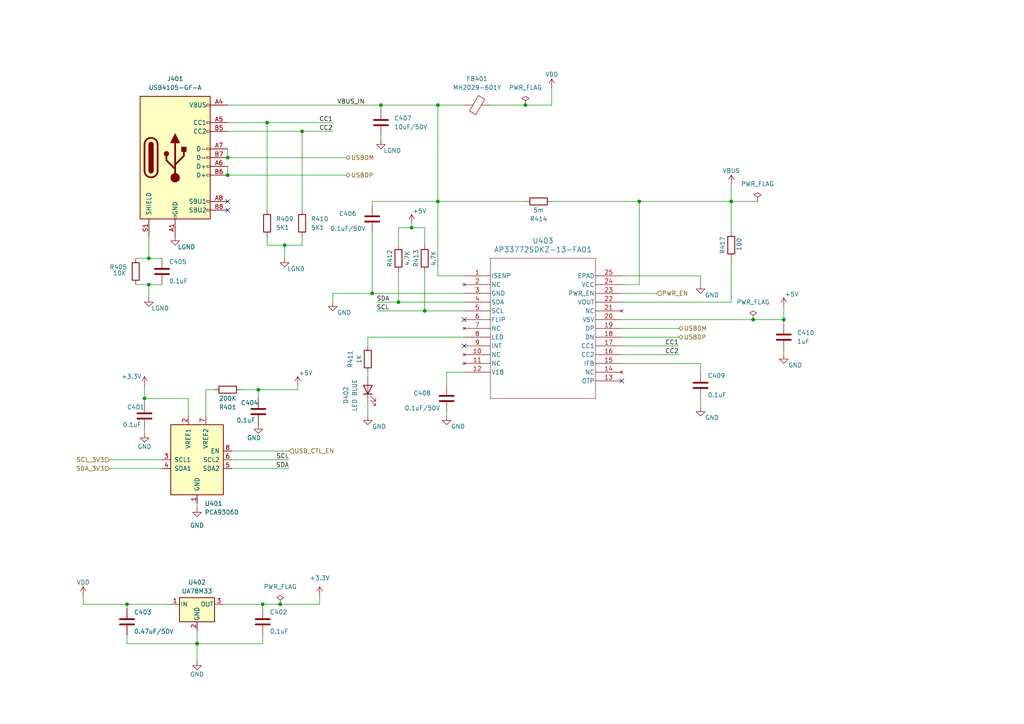
<source format=kicad_sch>
(kicad_sch
	(version 20250114)
	(generator "eeschema")
	(generator_version "9.0")
	(uuid "eba51aa0-3cd1-48e4-86f3-9ec42a2cce13")
	(paper "A4")
	(title_block
		(title "DC POWER STATION 3")
		(date "2025-05-05")
		(rev "Rev1")
		(company "HNZ")
		(comment 1 "Licensed under CC-BY-SA V4.0")
		(comment 2 "(C) 2025 Hiroshi Nakajima <hnakamiru1103@gmail.com>")
	)
	(lib_symbols
		(symbol "Device:C"
			(pin_numbers
				(hide yes)
			)
			(pin_names
				(offset 0.254)
			)
			(exclude_from_sim no)
			(in_bom yes)
			(on_board yes)
			(property "Reference" "C"
				(at 0.635 2.54 0)
				(effects
					(font
						(size 1.27 1.27)
					)
					(justify left)
				)
			)
			(property "Value" "C"
				(at 0.635 -2.54 0)
				(effects
					(font
						(size 1.27 1.27)
					)
					(justify left)
				)
			)
			(property "Footprint" ""
				(at 0.9652 -3.81 0)
				(effects
					(font
						(size 1.27 1.27)
					)
					(hide yes)
				)
			)
			(property "Datasheet" "~"
				(at 0 0 0)
				(effects
					(font
						(size 1.27 1.27)
					)
					(hide yes)
				)
			)
			(property "Description" "Unpolarized capacitor"
				(at 0 0 0)
				(effects
					(font
						(size 1.27 1.27)
					)
					(hide yes)
				)
			)
			(property "ki_keywords" "cap capacitor"
				(at 0 0 0)
				(effects
					(font
						(size 1.27 1.27)
					)
					(hide yes)
				)
			)
			(property "ki_fp_filters" "C_*"
				(at 0 0 0)
				(effects
					(font
						(size 1.27 1.27)
					)
					(hide yes)
				)
			)
			(symbol "C_0_1"
				(polyline
					(pts
						(xy -2.032 0.762) (xy 2.032 0.762)
					)
					(stroke
						(width 0.508)
						(type default)
					)
					(fill
						(type none)
					)
				)
				(polyline
					(pts
						(xy -2.032 -0.762) (xy 2.032 -0.762)
					)
					(stroke
						(width 0.508)
						(type default)
					)
					(fill
						(type none)
					)
				)
			)
			(symbol "C_1_1"
				(pin passive line
					(at 0 3.81 270)
					(length 2.794)
					(name "~"
						(effects
							(font
								(size 1.27 1.27)
							)
						)
					)
					(number "1"
						(effects
							(font
								(size 1.27 1.27)
							)
						)
					)
				)
				(pin passive line
					(at 0 -3.81 90)
					(length 2.794)
					(name "~"
						(effects
							(font
								(size 1.27 1.27)
							)
						)
					)
					(number "2"
						(effects
							(font
								(size 1.27 1.27)
							)
						)
					)
				)
			)
			(embedded_fonts no)
		)
		(symbol "Device:FerriteBead"
			(pin_numbers
				(hide yes)
			)
			(pin_names
				(offset 0)
			)
			(exclude_from_sim no)
			(in_bom yes)
			(on_board yes)
			(property "Reference" "FB"
				(at -3.81 0.635 90)
				(effects
					(font
						(size 1.27 1.27)
					)
				)
			)
			(property "Value" "FerriteBead"
				(at 3.81 0 90)
				(effects
					(font
						(size 1.27 1.27)
					)
				)
			)
			(property "Footprint" ""
				(at -1.778 0 90)
				(effects
					(font
						(size 1.27 1.27)
					)
					(hide yes)
				)
			)
			(property "Datasheet" "~"
				(at 0 0 0)
				(effects
					(font
						(size 1.27 1.27)
					)
					(hide yes)
				)
			)
			(property "Description" "Ferrite bead"
				(at 0 0 0)
				(effects
					(font
						(size 1.27 1.27)
					)
					(hide yes)
				)
			)
			(property "ki_keywords" "L ferrite bead inductor filter"
				(at 0 0 0)
				(effects
					(font
						(size 1.27 1.27)
					)
					(hide yes)
				)
			)
			(property "ki_fp_filters" "Inductor_* L_* *Ferrite*"
				(at 0 0 0)
				(effects
					(font
						(size 1.27 1.27)
					)
					(hide yes)
				)
			)
			(symbol "FerriteBead_0_1"
				(polyline
					(pts
						(xy -2.7686 0.4064) (xy -1.7018 2.2606) (xy 2.7686 -0.3048) (xy 1.6764 -2.159) (xy -2.7686 0.4064)
					)
					(stroke
						(width 0)
						(type default)
					)
					(fill
						(type none)
					)
				)
				(polyline
					(pts
						(xy 0 1.27) (xy 0 1.2954)
					)
					(stroke
						(width 0)
						(type default)
					)
					(fill
						(type none)
					)
				)
				(polyline
					(pts
						(xy 0 -1.27) (xy 0 -1.2192)
					)
					(stroke
						(width 0)
						(type default)
					)
					(fill
						(type none)
					)
				)
			)
			(symbol "FerriteBead_1_1"
				(pin passive line
					(at 0 3.81 270)
					(length 2.54)
					(name "~"
						(effects
							(font
								(size 1.27 1.27)
							)
						)
					)
					(number "1"
						(effects
							(font
								(size 1.27 1.27)
							)
						)
					)
				)
				(pin passive line
					(at 0 -3.81 90)
					(length 2.54)
					(name "~"
						(effects
							(font
								(size 1.27 1.27)
							)
						)
					)
					(number "2"
						(effects
							(font
								(size 1.27 1.27)
							)
						)
					)
				)
			)
			(embedded_fonts no)
		)
		(symbol "Device:LED"
			(pin_numbers
				(hide yes)
			)
			(pin_names
				(offset 1.016)
				(hide yes)
			)
			(exclude_from_sim no)
			(in_bom yes)
			(on_board yes)
			(property "Reference" "D"
				(at 0 2.54 0)
				(effects
					(font
						(size 1.27 1.27)
					)
				)
			)
			(property "Value" "LED"
				(at 0 -2.54 0)
				(effects
					(font
						(size 1.27 1.27)
					)
				)
			)
			(property "Footprint" ""
				(at 0 0 0)
				(effects
					(font
						(size 1.27 1.27)
					)
					(hide yes)
				)
			)
			(property "Datasheet" "~"
				(at 0 0 0)
				(effects
					(font
						(size 1.27 1.27)
					)
					(hide yes)
				)
			)
			(property "Description" "Light emitting diode"
				(at 0 0 0)
				(effects
					(font
						(size 1.27 1.27)
					)
					(hide yes)
				)
			)
			(property "Sim.Pins" "1=K 2=A"
				(at 0 0 0)
				(effects
					(font
						(size 1.27 1.27)
					)
					(hide yes)
				)
			)
			(property "ki_keywords" "LED diode"
				(at 0 0 0)
				(effects
					(font
						(size 1.27 1.27)
					)
					(hide yes)
				)
			)
			(property "ki_fp_filters" "LED* LED_SMD:* LED_THT:*"
				(at 0 0 0)
				(effects
					(font
						(size 1.27 1.27)
					)
					(hide yes)
				)
			)
			(symbol "LED_0_1"
				(polyline
					(pts
						(xy -3.048 -0.762) (xy -4.572 -2.286) (xy -3.81 -2.286) (xy -4.572 -2.286) (xy -4.572 -1.524)
					)
					(stroke
						(width 0)
						(type default)
					)
					(fill
						(type none)
					)
				)
				(polyline
					(pts
						(xy -1.778 -0.762) (xy -3.302 -2.286) (xy -2.54 -2.286) (xy -3.302 -2.286) (xy -3.302 -1.524)
					)
					(stroke
						(width 0)
						(type default)
					)
					(fill
						(type none)
					)
				)
				(polyline
					(pts
						(xy -1.27 0) (xy 1.27 0)
					)
					(stroke
						(width 0)
						(type default)
					)
					(fill
						(type none)
					)
				)
				(polyline
					(pts
						(xy -1.27 -1.27) (xy -1.27 1.27)
					)
					(stroke
						(width 0.254)
						(type default)
					)
					(fill
						(type none)
					)
				)
				(polyline
					(pts
						(xy 1.27 -1.27) (xy 1.27 1.27) (xy -1.27 0) (xy 1.27 -1.27)
					)
					(stroke
						(width 0.254)
						(type default)
					)
					(fill
						(type none)
					)
				)
			)
			(symbol "LED_1_1"
				(pin passive line
					(at -3.81 0 0)
					(length 2.54)
					(name "K"
						(effects
							(font
								(size 1.27 1.27)
							)
						)
					)
					(number "1"
						(effects
							(font
								(size 1.27 1.27)
							)
						)
					)
				)
				(pin passive line
					(at 3.81 0 180)
					(length 2.54)
					(name "A"
						(effects
							(font
								(size 1.27 1.27)
							)
						)
					)
					(number "2"
						(effects
							(font
								(size 1.27 1.27)
							)
						)
					)
				)
			)
			(embedded_fonts no)
		)
		(symbol "Device:R"
			(pin_numbers
				(hide yes)
			)
			(pin_names
				(offset 0)
			)
			(exclude_from_sim no)
			(in_bom yes)
			(on_board yes)
			(property "Reference" "R"
				(at 2.032 0 90)
				(effects
					(font
						(size 1.27 1.27)
					)
				)
			)
			(property "Value" "R"
				(at 0 0 90)
				(effects
					(font
						(size 1.27 1.27)
					)
				)
			)
			(property "Footprint" ""
				(at -1.778 0 90)
				(effects
					(font
						(size 1.27 1.27)
					)
					(hide yes)
				)
			)
			(property "Datasheet" "~"
				(at 0 0 0)
				(effects
					(font
						(size 1.27 1.27)
					)
					(hide yes)
				)
			)
			(property "Description" "Resistor"
				(at 0 0 0)
				(effects
					(font
						(size 1.27 1.27)
					)
					(hide yes)
				)
			)
			(property "ki_keywords" "R res resistor"
				(at 0 0 0)
				(effects
					(font
						(size 1.27 1.27)
					)
					(hide yes)
				)
			)
			(property "ki_fp_filters" "R_*"
				(at 0 0 0)
				(effects
					(font
						(size 1.27 1.27)
					)
					(hide yes)
				)
			)
			(symbol "R_0_1"
				(rectangle
					(start -1.016 -2.54)
					(end 1.016 2.54)
					(stroke
						(width 0.254)
						(type default)
					)
					(fill
						(type none)
					)
				)
			)
			(symbol "R_1_1"
				(pin passive line
					(at 0 3.81 270)
					(length 1.27)
					(name "~"
						(effects
							(font
								(size 1.27 1.27)
							)
						)
					)
					(number "1"
						(effects
							(font
								(size 1.27 1.27)
							)
						)
					)
				)
				(pin passive line
					(at 0 -3.81 90)
					(length 1.27)
					(name "~"
						(effects
							(font
								(size 1.27 1.27)
							)
						)
					)
					(number "2"
						(effects
							(font
								(size 1.27 1.27)
							)
						)
					)
				)
			)
			(embedded_fonts no)
		)
		(symbol "Interface:PCA9306D"
			(pin_names
				(offset 1.016)
			)
			(exclude_from_sim no)
			(in_bom yes)
			(on_board yes)
			(property "Reference" "U"
				(at -7.62 11.43 0)
				(effects
					(font
						(size 1.27 1.27)
					)
					(justify left)
				)
			)
			(property "Value" "PCA9306D"
				(at 3.81 11.43 0)
				(effects
					(font
						(size 1.27 1.27)
					)
					(justify left)
				)
			)
			(property "Footprint" "Package_SO:SO-8_3.9x4.9mm_P1.27mm"
				(at 0 -11.43 0)
				(effects
					(font
						(size 1.27 1.27)
					)
					(hide yes)
				)
			)
			(property "Datasheet" "https://www.nxp.com/docs/en/data-sheet/PCA9306.pdf"
				(at -7.62 11.43 0)
				(effects
					(font
						(size 1.27 1.27)
					)
					(hide yes)
				)
			)
			(property "Description" "Dual bidirectional I2C Bus and SMBus voltage level translator, SO-8"
				(at 0 0 0)
				(effects
					(font
						(size 1.27 1.27)
					)
					(hide yes)
				)
			)
			(property "ki_keywords" "I2C SMBus"
				(at 0 0 0)
				(effects
					(font
						(size 1.27 1.27)
					)
					(hide yes)
				)
			)
			(property "ki_fp_filters" "SO*3.9x4.9mm*P1.27mm*"
				(at 0 0 0)
				(effects
					(font
						(size 1.27 1.27)
					)
					(hide yes)
				)
			)
			(symbol "PCA9306D_0_1"
				(rectangle
					(start -7.62 10.16)
					(end 7.62 -10.16)
					(stroke
						(width 0.254)
						(type default)
					)
					(fill
						(type background)
					)
				)
			)
			(symbol "PCA9306D_1_1"
				(pin bidirectional line
					(at -10.16 0 0)
					(length 2.54)
					(name "SCL1"
						(effects
							(font
								(size 1.27 1.27)
							)
						)
					)
					(number "3"
						(effects
							(font
								(size 1.27 1.27)
							)
						)
					)
				)
				(pin bidirectional line
					(at -10.16 -2.54 0)
					(length 2.54)
					(name "SDA1"
						(effects
							(font
								(size 1.27 1.27)
							)
						)
					)
					(number "4"
						(effects
							(font
								(size 1.27 1.27)
							)
						)
					)
				)
				(pin power_in line
					(at -2.54 12.7 270)
					(length 2.54)
					(name "VREF1"
						(effects
							(font
								(size 1.27 1.27)
							)
						)
					)
					(number "2"
						(effects
							(font
								(size 1.27 1.27)
							)
						)
					)
				)
				(pin power_in line
					(at 0 -12.7 90)
					(length 2.54)
					(name "GND"
						(effects
							(font
								(size 1.27 1.27)
							)
						)
					)
					(number "1"
						(effects
							(font
								(size 1.27 1.27)
							)
						)
					)
				)
				(pin power_in line
					(at 2.54 12.7 270)
					(length 2.54)
					(name "VREF2"
						(effects
							(font
								(size 1.27 1.27)
							)
						)
					)
					(number "7"
						(effects
							(font
								(size 1.27 1.27)
							)
						)
					)
				)
				(pin input line
					(at 10.16 2.54 180)
					(length 2.54)
					(name "EN"
						(effects
							(font
								(size 1.27 1.27)
							)
						)
					)
					(number "8"
						(effects
							(font
								(size 1.27 1.27)
							)
						)
					)
				)
				(pin bidirectional line
					(at 10.16 0 180)
					(length 2.54)
					(name "SCL2"
						(effects
							(font
								(size 1.27 1.27)
							)
						)
					)
					(number "6"
						(effects
							(font
								(size 1.27 1.27)
							)
						)
					)
				)
				(pin bidirectional line
					(at 10.16 -2.54 180)
					(length 2.54)
					(name "SDA2"
						(effects
							(font
								(size 1.27 1.27)
							)
						)
					)
					(number "5"
						(effects
							(font
								(size 1.27 1.27)
							)
						)
					)
				)
			)
			(embedded_fonts no)
		)
		(symbol "power:+3.3V"
			(power)
			(pin_numbers
				(hide yes)
			)
			(pin_names
				(offset 0)
				(hide yes)
			)
			(exclude_from_sim no)
			(in_bom yes)
			(on_board yes)
			(property "Reference" "#PWR"
				(at 0 -3.81 0)
				(effects
					(font
						(size 1.27 1.27)
					)
					(hide yes)
				)
			)
			(property "Value" "+3.3V"
				(at 0 3.556 0)
				(effects
					(font
						(size 1.27 1.27)
					)
				)
			)
			(property "Footprint" ""
				(at 0 0 0)
				(effects
					(font
						(size 1.27 1.27)
					)
					(hide yes)
				)
			)
			(property "Datasheet" ""
				(at 0 0 0)
				(effects
					(font
						(size 1.27 1.27)
					)
					(hide yes)
				)
			)
			(property "Description" "Power symbol creates a global label with name \"+3.3V\""
				(at 0 0 0)
				(effects
					(font
						(size 1.27 1.27)
					)
					(hide yes)
				)
			)
			(property "ki_keywords" "global power"
				(at 0 0 0)
				(effects
					(font
						(size 1.27 1.27)
					)
					(hide yes)
				)
			)
			(symbol "+3.3V_0_1"
				(polyline
					(pts
						(xy -0.762 1.27) (xy 0 2.54)
					)
					(stroke
						(width 0)
						(type default)
					)
					(fill
						(type none)
					)
				)
				(polyline
					(pts
						(xy 0 2.54) (xy 0.762 1.27)
					)
					(stroke
						(width 0)
						(type default)
					)
					(fill
						(type none)
					)
				)
				(polyline
					(pts
						(xy 0 0) (xy 0 2.54)
					)
					(stroke
						(width 0)
						(type default)
					)
					(fill
						(type none)
					)
				)
			)
			(symbol "+3.3V_1_1"
				(pin power_in line
					(at 0 0 90)
					(length 0)
					(name "~"
						(effects
							(font
								(size 1.27 1.27)
							)
						)
					)
					(number "1"
						(effects
							(font
								(size 1.27 1.27)
							)
						)
					)
				)
			)
			(embedded_fonts no)
		)
		(symbol "power:+5V"
			(power)
			(pin_numbers
				(hide yes)
			)
			(pin_names
				(offset 0)
				(hide yes)
			)
			(exclude_from_sim no)
			(in_bom yes)
			(on_board yes)
			(property "Reference" "#PWR"
				(at 0 -3.81 0)
				(effects
					(font
						(size 1.27 1.27)
					)
					(hide yes)
				)
			)
			(property "Value" "+5V"
				(at 0 3.556 0)
				(effects
					(font
						(size 1.27 1.27)
					)
				)
			)
			(property "Footprint" ""
				(at 0 0 0)
				(effects
					(font
						(size 1.27 1.27)
					)
					(hide yes)
				)
			)
			(property "Datasheet" ""
				(at 0 0 0)
				(effects
					(font
						(size 1.27 1.27)
					)
					(hide yes)
				)
			)
			(property "Description" "Power symbol creates a global label with name \"+5V\""
				(at 0 0 0)
				(effects
					(font
						(size 1.27 1.27)
					)
					(hide yes)
				)
			)
			(property "ki_keywords" "global power"
				(at 0 0 0)
				(effects
					(font
						(size 1.27 1.27)
					)
					(hide yes)
				)
			)
			(symbol "+5V_0_1"
				(polyline
					(pts
						(xy -0.762 1.27) (xy 0 2.54)
					)
					(stroke
						(width 0)
						(type default)
					)
					(fill
						(type none)
					)
				)
				(polyline
					(pts
						(xy 0 2.54) (xy 0.762 1.27)
					)
					(stroke
						(width 0)
						(type default)
					)
					(fill
						(type none)
					)
				)
				(polyline
					(pts
						(xy 0 0) (xy 0 2.54)
					)
					(stroke
						(width 0)
						(type default)
					)
					(fill
						(type none)
					)
				)
			)
			(symbol "+5V_1_1"
				(pin power_in line
					(at 0 0 90)
					(length 0)
					(name "~"
						(effects
							(font
								(size 1.27 1.27)
							)
						)
					)
					(number "1"
						(effects
							(font
								(size 1.27 1.27)
							)
						)
					)
				)
			)
			(embedded_fonts no)
		)
		(symbol "power:GND"
			(power)
			(pin_numbers
				(hide yes)
			)
			(pin_names
				(offset 0)
				(hide yes)
			)
			(exclude_from_sim no)
			(in_bom yes)
			(on_board yes)
			(property "Reference" "#PWR"
				(at 0 -6.35 0)
				(effects
					(font
						(size 1.27 1.27)
					)
					(hide yes)
				)
			)
			(property "Value" "GND"
				(at 0 -3.81 0)
				(effects
					(font
						(size 1.27 1.27)
					)
				)
			)
			(property "Footprint" ""
				(at 0 0 0)
				(effects
					(font
						(size 1.27 1.27)
					)
					(hide yes)
				)
			)
			(property "Datasheet" ""
				(at 0 0 0)
				(effects
					(font
						(size 1.27 1.27)
					)
					(hide yes)
				)
			)
			(property "Description" "Power symbol creates a global label with name \"GND\" , ground"
				(at 0 0 0)
				(effects
					(font
						(size 1.27 1.27)
					)
					(hide yes)
				)
			)
			(property "ki_keywords" "global power"
				(at 0 0 0)
				(effects
					(font
						(size 1.27 1.27)
					)
					(hide yes)
				)
			)
			(symbol "GND_0_1"
				(polyline
					(pts
						(xy 0 0) (xy 0 -1.27) (xy 1.27 -1.27) (xy 0 -2.54) (xy -1.27 -1.27) (xy 0 -1.27)
					)
					(stroke
						(width 0)
						(type default)
					)
					(fill
						(type none)
					)
				)
			)
			(symbol "GND_1_1"
				(pin power_in line
					(at 0 0 270)
					(length 0)
					(name "~"
						(effects
							(font
								(size 1.27 1.27)
							)
						)
					)
					(number "1"
						(effects
							(font
								(size 1.27 1.27)
							)
						)
					)
				)
			)
			(embedded_fonts no)
		)
		(symbol "power:GNDA"
			(power)
			(pin_numbers
				(hide yes)
			)
			(pin_names
				(offset 0)
				(hide yes)
			)
			(exclude_from_sim no)
			(in_bom yes)
			(on_board yes)
			(property "Reference" "#PWR"
				(at 0 -6.35 0)
				(effects
					(font
						(size 1.27 1.27)
					)
					(hide yes)
				)
			)
			(property "Value" "GNDA"
				(at 0 -3.81 0)
				(effects
					(font
						(size 1.27 1.27)
					)
				)
			)
			(property "Footprint" ""
				(at 0 0 0)
				(effects
					(font
						(size 1.27 1.27)
					)
					(hide yes)
				)
			)
			(property "Datasheet" ""
				(at 0 0 0)
				(effects
					(font
						(size 1.27 1.27)
					)
					(hide yes)
				)
			)
			(property "Description" "Power symbol creates a global label with name \"GNDA\" , analog ground"
				(at 0 0 0)
				(effects
					(font
						(size 1.27 1.27)
					)
					(hide yes)
				)
			)
			(property "ki_keywords" "global power"
				(at 0 0 0)
				(effects
					(font
						(size 1.27 1.27)
					)
					(hide yes)
				)
			)
			(symbol "GNDA_0_1"
				(polyline
					(pts
						(xy 0 0) (xy 0 -1.27) (xy 1.27 -1.27) (xy 0 -2.54) (xy -1.27 -1.27) (xy 0 -1.27)
					)
					(stroke
						(width 0)
						(type default)
					)
					(fill
						(type none)
					)
				)
			)
			(symbol "GNDA_1_1"
				(pin power_in line
					(at 0 0 270)
					(length 0)
					(name "~"
						(effects
							(font
								(size 1.27 1.27)
							)
						)
					)
					(number "1"
						(effects
							(font
								(size 1.27 1.27)
							)
						)
					)
				)
			)
			(embedded_fonts no)
		)
		(symbol "power:PWR_FLAG"
			(power)
			(pin_numbers
				(hide yes)
			)
			(pin_names
				(offset 0)
				(hide yes)
			)
			(exclude_from_sim no)
			(in_bom yes)
			(on_board yes)
			(property "Reference" "#FLG"
				(at 0 1.905 0)
				(effects
					(font
						(size 1.27 1.27)
					)
					(hide yes)
				)
			)
			(property "Value" "PWR_FLAG"
				(at 0 3.81 0)
				(effects
					(font
						(size 1.27 1.27)
					)
				)
			)
			(property "Footprint" ""
				(at 0 0 0)
				(effects
					(font
						(size 1.27 1.27)
					)
					(hide yes)
				)
			)
			(property "Datasheet" "~"
				(at 0 0 0)
				(effects
					(font
						(size 1.27 1.27)
					)
					(hide yes)
				)
			)
			(property "Description" "Special symbol for telling ERC where power comes from"
				(at 0 0 0)
				(effects
					(font
						(size 1.27 1.27)
					)
					(hide yes)
				)
			)
			(property "ki_keywords" "flag power"
				(at 0 0 0)
				(effects
					(font
						(size 1.27 1.27)
					)
					(hide yes)
				)
			)
			(symbol "PWR_FLAG_0_0"
				(pin power_out line
					(at 0 0 90)
					(length 0)
					(name "~"
						(effects
							(font
								(size 1.27 1.27)
							)
						)
					)
					(number "1"
						(effects
							(font
								(size 1.27 1.27)
							)
						)
					)
				)
			)
			(symbol "PWR_FLAG_0_1"
				(polyline
					(pts
						(xy 0 0) (xy 0 1.27) (xy -1.016 1.905) (xy 0 2.54) (xy 1.016 1.905) (xy 0 1.27)
					)
					(stroke
						(width 0)
						(type default)
					)
					(fill
						(type none)
					)
				)
			)
			(embedded_fonts no)
		)
		(symbol "tbctl:0.1uF"
			(pin_numbers
				(hide yes)
			)
			(pin_names
				(offset 0.254)
			)
			(exclude_from_sim no)
			(in_bom yes)
			(on_board yes)
			(property "Reference" "C"
				(at 0.635 2.54 0)
				(effects
					(font
						(size 1.27 1.27)
					)
					(justify left)
				)
			)
			(property "Value" "0.1uF"
				(at 0.635 -2.54 0)
				(effects
					(font
						(size 1.27 1.27)
					)
					(justify left)
				)
			)
			(property "Footprint" "Capacitor_SMD:C_0603_1608Metric"
				(at 0.9652 -3.81 0)
				(effects
					(font
						(size 1.27 1.27)
					)
					(hide yes)
				)
			)
			(property "Datasheet" "~"
				(at 0 0 0)
				(effects
					(font
						(size 1.27 1.27)
					)
					(hide yes)
				)
			)
			(property "Description" "C_SMD_0603_1608_0.1uF"
				(at 0 0 0)
				(effects
					(font
						(size 1.27 1.27)
					)
					(hide yes)
				)
			)
			(property "ki_keywords" "cap capacitor"
				(at 0 0 0)
				(effects
					(font
						(size 1.27 1.27)
					)
					(hide yes)
				)
			)
			(property "ki_fp_filters" "C_*"
				(at 0 0 0)
				(effects
					(font
						(size 1.27 1.27)
					)
					(hide yes)
				)
			)
			(symbol "0.1uF_0_1"
				(polyline
					(pts
						(xy -2.032 0.762) (xy 2.032 0.762)
					)
					(stroke
						(width 0.508)
						(type default)
					)
					(fill
						(type none)
					)
				)
				(polyline
					(pts
						(xy -2.032 -0.762) (xy 2.032 -0.762)
					)
					(stroke
						(width 0.508)
						(type default)
					)
					(fill
						(type none)
					)
				)
			)
			(symbol "0.1uF_1_1"
				(pin passive line
					(at 0 3.81 270)
					(length 2.794)
					(name "~"
						(effects
							(font
								(size 1.27 1.27)
							)
						)
					)
					(number "1"
						(effects
							(font
								(size 1.27 1.27)
							)
						)
					)
				)
				(pin passive line
					(at 0 -3.81 90)
					(length 2.794)
					(name "~"
						(effects
							(font
								(size 1.27 1.27)
							)
						)
					)
					(number "2"
						(effects
							(font
								(size 1.27 1.27)
							)
						)
					)
				)
			)
			(embedded_fonts no)
		)
		(symbol "tbctl:0R"
			(pin_numbers
				(hide yes)
			)
			(pin_names
				(offset 0)
			)
			(exclude_from_sim no)
			(in_bom yes)
			(on_board yes)
			(property "Reference" "R"
				(at 2.032 0 90)
				(effects
					(font
						(size 1.27 1.27)
					)
				)
			)
			(property "Value" "0R"
				(at 0 0 90)
				(effects
					(font
						(size 1.27 1.27)
					)
				)
			)
			(property "Footprint" "Resistor_SMD:R_0603_1608Metric"
				(at -1.778 0 90)
				(effects
					(font
						(size 1.27 1.27)
					)
					(hide yes)
				)
			)
			(property "Datasheet" "~"
				(at 0 0 0)
				(effects
					(font
						(size 1.27 1.27)
					)
					(hide yes)
				)
			)
			(property "Description" "Resistor_SMD_0603_1608"
				(at 0 0 0)
				(effects
					(font
						(size 1.27 1.27)
					)
					(hide yes)
				)
			)
			(property "ki_keywords" "R res resistor"
				(at 0 0 0)
				(effects
					(font
						(size 1.27 1.27)
					)
					(hide yes)
				)
			)
			(property "ki_fp_filters" "R_*"
				(at 0 0 0)
				(effects
					(font
						(size 1.27 1.27)
					)
					(hide yes)
				)
			)
			(symbol "0R_0_1"
				(rectangle
					(start -1.016 -2.54)
					(end 1.016 2.54)
					(stroke
						(width 0.254)
						(type default)
					)
					(fill
						(type none)
					)
				)
			)
			(symbol "0R_1_1"
				(pin passive line
					(at 0 3.81 270)
					(length 1.27)
					(name "~"
						(effects
							(font
								(size 1.27 1.27)
							)
						)
					)
					(number "1"
						(effects
							(font
								(size 1.27 1.27)
							)
						)
					)
				)
				(pin passive line
					(at 0 -3.81 90)
					(length 1.27)
					(name "~"
						(effects
							(font
								(size 1.27 1.27)
							)
						)
					)
					(number "2"
						(effects
							(font
								(size 1.27 1.27)
							)
						)
					)
				)
			)
			(embedded_fonts no)
		)
		(symbol "tbctl:10K"
			(pin_numbers
				(hide yes)
			)
			(pin_names
				(offset 0)
			)
			(exclude_from_sim no)
			(in_bom yes)
			(on_board yes)
			(property "Reference" "R"
				(at 2.032 0 90)
				(effects
					(font
						(size 1.27 1.27)
					)
				)
			)
			(property "Value" "10K"
				(at 0 0 90)
				(effects
					(font
						(size 1.27 1.27)
					)
				)
			)
			(property "Footprint" "Resistor_SMD:R_0805_2012Metric"
				(at -1.778 0 90)
				(effects
					(font
						(size 1.27 1.27)
					)
					(hide yes)
				)
			)
			(property "Datasheet" "~"
				(at 0 0 0)
				(effects
					(font
						(size 1.27 1.27)
					)
					(hide yes)
				)
			)
			(property "Description" "Resistor_SMD:R_0805_2012Metric"
				(at 0 0 0)
				(effects
					(font
						(size 1.27 1.27)
					)
					(hide yes)
				)
			)
			(property "ki_keywords" "R res resistor"
				(at 0 0 0)
				(effects
					(font
						(size 1.27 1.27)
					)
					(hide yes)
				)
			)
			(property "ki_fp_filters" "R_*"
				(at 0 0 0)
				(effects
					(font
						(size 1.27 1.27)
					)
					(hide yes)
				)
			)
			(symbol "10K_0_1"
				(rectangle
					(start -1.016 -2.54)
					(end 1.016 2.54)
					(stroke
						(width 0.254)
						(type default)
					)
					(fill
						(type none)
					)
				)
			)
			(symbol "10K_1_1"
				(pin passive line
					(at 0 3.81 270)
					(length 1.27)
					(name "~"
						(effects
							(font
								(size 1.27 1.27)
							)
						)
					)
					(number "1"
						(effects
							(font
								(size 1.27 1.27)
							)
						)
					)
				)
				(pin passive line
					(at 0 -3.81 90)
					(length 1.27)
					(name "~"
						(effects
							(font
								(size 1.27 1.27)
							)
						)
					)
					(number "2"
						(effects
							(font
								(size 1.27 1.27)
							)
						)
					)
				)
			)
			(embedded_fonts no)
		)
		(symbol "tbctl:AP33772SDKZ-13"
			(pin_names
				(offset 0.254)
			)
			(exclude_from_sim no)
			(in_bom yes)
			(on_board yes)
			(property "Reference" "U"
				(at 22.86 10.16 0)
				(effects
					(font
						(size 1.524 1.524)
					)
				)
			)
			(property "Value" "AP33772SDKZ-13"
				(at 22.86 7.62 0)
				(effects
					(font
						(size 1.524 1.524)
					)
				)
			)
			(property "Footprint" "tbctl:W-QFN4040-24_Type_A1_DIO"
				(at 0 0 0)
				(effects
					(font
						(size 1.27 1.27)
						(italic yes)
					)
					(hide yes)
				)
			)
			(property "Datasheet" "AP33772SDKZ-13"
				(at 0 0 0)
				(effects
					(font
						(size 1.27 1.27)
						(italic yes)
					)
					(hide yes)
				)
			)
			(property "Description" ""
				(at 0 0 0)
				(effects
					(font
						(size 1.27 1.27)
					)
					(hide yes)
				)
			)
			(property "ki_keywords" "AP33772SDKZ-13"
				(at 0 0 0)
				(effects
					(font
						(size 1.27 1.27)
					)
					(hide yes)
				)
			)
			(property "ki_fp_filters" "W-QFN4040-24_Type_A1_DIO W-QFN4040-24_Type_A1_DIO-M W-QFN4040-24_Type_A1_DIO-L"
				(at 0 0 0)
				(effects
					(font
						(size 1.27 1.27)
					)
					(hide yes)
				)
			)
			(symbol "AP33772SDKZ-13_0_1"
				(polyline
					(pts
						(xy 7.62 5.08) (xy 7.62 -35.56)
					)
					(stroke
						(width 0.127)
						(type default)
					)
					(fill
						(type none)
					)
				)
				(polyline
					(pts
						(xy 7.62 -35.56) (xy 38.1 -35.56)
					)
					(stroke
						(width 0.127)
						(type default)
					)
					(fill
						(type none)
					)
				)
				(polyline
					(pts
						(xy 38.1 5.08) (xy 7.62 5.08)
					)
					(stroke
						(width 0.127)
						(type default)
					)
					(fill
						(type none)
					)
				)
				(polyline
					(pts
						(xy 38.1 -35.56) (xy 38.1 5.08)
					)
					(stroke
						(width 0.127)
						(type default)
					)
					(fill
						(type none)
					)
				)
				(pin unspecified line
					(at 0 0 0)
					(length 7.62)
					(name "ISENP"
						(effects
							(font
								(size 1.27 1.27)
							)
						)
					)
					(number "1"
						(effects
							(font
								(size 1.27 1.27)
							)
						)
					)
				)
				(pin no_connect line
					(at 0 -2.54 0)
					(length 7.62)
					(name "NC"
						(effects
							(font
								(size 1.27 1.27)
							)
						)
					)
					(number "2"
						(effects
							(font
								(size 1.27 1.27)
							)
						)
					)
				)
				(pin power_out line
					(at 0 -5.08 0)
					(length 7.62)
					(name "GND"
						(effects
							(font
								(size 1.27 1.27)
							)
						)
					)
					(number "3"
						(effects
							(font
								(size 1.27 1.27)
							)
						)
					)
				)
				(pin bidirectional line
					(at 0 -7.62 0)
					(length 7.62)
					(name "SDA"
						(effects
							(font
								(size 1.27 1.27)
							)
						)
					)
					(number "4"
						(effects
							(font
								(size 1.27 1.27)
							)
						)
					)
				)
				(pin bidirectional line
					(at 0 -10.16 0)
					(length 7.62)
					(name "SCL"
						(effects
							(font
								(size 1.27 1.27)
							)
						)
					)
					(number "5"
						(effects
							(font
								(size 1.27 1.27)
							)
						)
					)
				)
				(pin output line
					(at 0 -12.7 0)
					(length 7.62)
					(name "FLIP"
						(effects
							(font
								(size 1.27 1.27)
							)
						)
					)
					(number "6"
						(effects
							(font
								(size 1.27 1.27)
							)
						)
					)
				)
				(pin no_connect line
					(at 0 -15.24 0)
					(length 7.62)
					(name "NC"
						(effects
							(font
								(size 1.27 1.27)
							)
						)
					)
					(number "7"
						(effects
							(font
								(size 1.27 1.27)
							)
						)
					)
				)
				(pin output line
					(at 0 -17.78 0)
					(length 7.62)
					(name "LED"
						(effects
							(font
								(size 1.27 1.27)
							)
						)
					)
					(number "8"
						(effects
							(font
								(size 1.27 1.27)
							)
						)
					)
				)
				(pin output line
					(at 0 -20.32 0)
					(length 7.62)
					(name "INT"
						(effects
							(font
								(size 1.27 1.27)
							)
						)
					)
					(number "9"
						(effects
							(font
								(size 1.27 1.27)
							)
						)
					)
				)
				(pin no_connect line
					(at 0 -22.86 0)
					(length 7.62)
					(name "NC"
						(effects
							(font
								(size 1.27 1.27)
							)
						)
					)
					(number "10"
						(effects
							(font
								(size 1.27 1.27)
							)
						)
					)
				)
				(pin no_connect line
					(at 0 -25.4 0)
					(length 7.62)
					(name "NC"
						(effects
							(font
								(size 1.27 1.27)
							)
						)
					)
					(number "11"
						(effects
							(font
								(size 1.27 1.27)
							)
						)
					)
				)
				(pin power_in line
					(at 0 -27.94 0)
					(length 7.62)
					(name "V18"
						(effects
							(font
								(size 1.27 1.27)
							)
						)
					)
					(number "12"
						(effects
							(font
								(size 1.27 1.27)
							)
						)
					)
				)
				(pin power_out line
					(at 45.72 0 180)
					(length 7.62)
					(name "EPAD"
						(effects
							(font
								(size 1.27 1.27)
							)
						)
					)
					(number "25"
						(effects
							(font
								(size 1.27 1.27)
							)
						)
					)
				)
				(pin unspecified line
					(at 45.72 -2.54 180)
					(length 7.62)
					(name "VCC"
						(effects
							(font
								(size 1.27 1.27)
							)
						)
					)
					(number "24"
						(effects
							(font
								(size 1.27 1.27)
							)
						)
					)
				)
				(pin unspecified line
					(at 45.72 -5.08 180)
					(length 7.62)
					(name "PWR_EN"
						(effects
							(font
								(size 1.27 1.27)
							)
						)
					)
					(number "23"
						(effects
							(font
								(size 1.27 1.27)
							)
						)
					)
				)
				(pin unspecified line
					(at 45.72 -7.62 180)
					(length 7.62)
					(name "VOUT"
						(effects
							(font
								(size 1.27 1.27)
							)
						)
					)
					(number "22"
						(effects
							(font
								(size 1.27 1.27)
							)
						)
					)
				)
				(pin no_connect line
					(at 45.72 -10.16 180)
					(length 7.62)
					(name "NC"
						(effects
							(font
								(size 1.27 1.27)
							)
						)
					)
					(number "21"
						(effects
							(font
								(size 1.27 1.27)
							)
						)
					)
				)
				(pin power_in line
					(at 45.72 -12.7 180)
					(length 7.62)
					(name "V5V"
						(effects
							(font
								(size 1.27 1.27)
							)
						)
					)
					(number "20"
						(effects
							(font
								(size 1.27 1.27)
							)
						)
					)
				)
				(pin bidirectional line
					(at 45.72 -15.24 180)
					(length 7.62)
					(name "DP"
						(effects
							(font
								(size 1.27 1.27)
							)
						)
					)
					(number "19"
						(effects
							(font
								(size 1.27 1.27)
							)
						)
					)
				)
				(pin bidirectional line
					(at 45.72 -17.78 180)
					(length 7.62)
					(name "DN"
						(effects
							(font
								(size 1.27 1.27)
							)
						)
					)
					(number "18"
						(effects
							(font
								(size 1.27 1.27)
							)
						)
					)
				)
				(pin bidirectional line
					(at 45.72 -20.32 180)
					(length 7.62)
					(name "CC1"
						(effects
							(font
								(size 1.27 1.27)
							)
						)
					)
					(number "17"
						(effects
							(font
								(size 1.27 1.27)
							)
						)
					)
				)
				(pin bidirectional line
					(at 45.72 -22.86 180)
					(length 7.62)
					(name "CC2"
						(effects
							(font
								(size 1.27 1.27)
							)
						)
					)
					(number "16"
						(effects
							(font
								(size 1.27 1.27)
							)
						)
					)
				)
				(pin input line
					(at 45.72 -25.4 180)
					(length 7.62)
					(name "IFB"
						(effects
							(font
								(size 1.27 1.27)
							)
						)
					)
					(number "15"
						(effects
							(font
								(size 1.27 1.27)
							)
						)
					)
				)
				(pin no_connect line
					(at 45.72 -27.94 180)
					(length 7.62)
					(name "NC"
						(effects
							(font
								(size 1.27 1.27)
							)
						)
					)
					(number "14"
						(effects
							(font
								(size 1.27 1.27)
							)
						)
					)
				)
				(pin bidirectional line
					(at 45.72 -30.48 180)
					(length 7.62)
					(name "OTP"
						(effects
							(font
								(size 1.27 1.27)
							)
						)
					)
					(number "13"
						(effects
							(font
								(size 1.27 1.27)
							)
						)
					)
				)
			)
			(embedded_fonts no)
		)
		(symbol "tbctl:UA78M33"
			(pin_names
				(offset 0.254)
			)
			(exclude_from_sim no)
			(in_bom yes)
			(on_board yes)
			(property "Reference" "U"
				(at -3.81 3.175 0)
				(effects
					(font
						(size 1.27 1.27)
					)
				)
			)
			(property "Value" "UA78M33"
				(at 0 3.175 0)
				(effects
					(font
						(size 1.27 1.27)
					)
					(justify left)
				)
			)
			(property "Footprint" "Package_TO_SOT_SMD:SOT-223-3_TabPin2"
				(at 0.635 -3.81 0)
				(effects
					(font
						(size 1.27 1.27)
						(italic yes)
					)
					(justify left)
					(hide yes)
				)
			)
			(property "Datasheet" ""
				(at 0 -1.27 0)
				(effects
					(font
						(size 1.27 1.27)
					)
					(hide yes)
				)
			)
			(property "Description" "Positive 500mA 25V Linear Regulator, Fixed Output 3.3V, TO-220/TO-263"
				(at 0 0 0)
				(effects
					(font
						(size 1.27 1.27)
					)
					(hide yes)
				)
			)
			(property "ki_keywords" "Voltage Regulator 1A Positive"
				(at 0 0 0)
				(effects
					(font
						(size 1.27 1.27)
					)
					(hide yes)
				)
			)
			(property "ki_fp_filters" "TO?263* TO?220*"
				(at 0 0 0)
				(effects
					(font
						(size 1.27 1.27)
					)
					(hide yes)
				)
			)
			(symbol "UA78M33_0_1"
				(rectangle
					(start -5.08 1.905)
					(end 5.08 -5.08)
					(stroke
						(width 0.254)
						(type default)
					)
					(fill
						(type background)
					)
				)
			)
			(symbol "UA78M33_1_1"
				(pin power_in line
					(at -7.62 0 0)
					(length 2.54)
					(name "IN"
						(effects
							(font
								(size 1.27 1.27)
							)
						)
					)
					(number "1"
						(effects
							(font
								(size 1.27 1.27)
							)
						)
					)
				)
				(pin power_in line
					(at 0 -7.62 90)
					(length 2.54)
					(name "GND"
						(effects
							(font
								(size 1.27 1.27)
							)
						)
					)
					(number "2"
						(effects
							(font
								(size 1.27 1.27)
							)
						)
					)
				)
				(pin power_out line
					(at 7.62 0 180)
					(length 2.54)
					(name "OUT"
						(effects
							(font
								(size 1.27 1.27)
							)
						)
					)
					(number "3"
						(effects
							(font
								(size 1.27 1.27)
							)
						)
					)
				)
			)
			(embedded_fonts no)
		)
		(symbol "tbctl:USB_C_Receptacle_USB2.0_5077CR"
			(pin_names
				(offset 1.016)
			)
			(exclude_from_sim no)
			(in_bom yes)
			(on_board yes)
			(property "Reference" "J"
				(at -10.16 19.05 0)
				(effects
					(font
						(size 1.27 1.27)
					)
					(justify left)
				)
			)
			(property "Value" "USB_C_Receptacle_USB2.0_5077CR"
				(at 19.05 19.05 0)
				(effects
					(font
						(size 1.27 1.27)
					)
					(justify right)
				)
			)
			(property "Footprint" "tbctl:USB_C_5077CR-16-SMC2-BK-TR"
				(at 3.81 0 0)
				(effects
					(font
						(size 1.27 1.27)
					)
					(hide yes)
				)
			)
			(property "Datasheet" "https://www.usb.org/sites/default/files/documents/usb_type-c.zip"
				(at 3.81 0 0)
				(effects
					(font
						(size 1.27 1.27)
					)
					(hide yes)
				)
			)
			(property "Description" "USB 2.0-only Type-C Receptacle connector"
				(at 0 0 0)
				(effects
					(font
						(size 1.27 1.27)
					)
					(hide yes)
				)
			)
			(property "ki_keywords" "usb universal serial bus type-C USB2.0"
				(at 0 0 0)
				(effects
					(font
						(size 1.27 1.27)
					)
					(hide yes)
				)
			)
			(property "ki_fp_filters" "USB*C*Receptacle*"
				(at 0 0 0)
				(effects
					(font
						(size 1.27 1.27)
					)
					(hide yes)
				)
			)
			(symbol "USB_C_Receptacle_USB2.0_5077CR_0_0"
				(rectangle
					(start -0.254 -17.78)
					(end 0.254 -16.764)
					(stroke
						(width 0)
						(type default)
					)
					(fill
						(type none)
					)
				)
				(rectangle
					(start 10.16 15.494)
					(end 9.144 14.986)
					(stroke
						(width 0)
						(type default)
					)
					(fill
						(type none)
					)
				)
				(rectangle
					(start 10.16 10.414)
					(end 9.144 9.906)
					(stroke
						(width 0)
						(type default)
					)
					(fill
						(type none)
					)
				)
				(rectangle
					(start 10.16 7.874)
					(end 9.144 7.366)
					(stroke
						(width 0)
						(type default)
					)
					(fill
						(type none)
					)
				)
				(rectangle
					(start 10.16 2.794)
					(end 9.144 2.286)
					(stroke
						(width 0)
						(type default)
					)
					(fill
						(type none)
					)
				)
				(rectangle
					(start 10.16 0.254)
					(end 9.144 -0.254)
					(stroke
						(width 0)
						(type default)
					)
					(fill
						(type none)
					)
				)
				(rectangle
					(start 10.16 -2.286)
					(end 9.144 -2.794)
					(stroke
						(width 0)
						(type default)
					)
					(fill
						(type none)
					)
				)
				(rectangle
					(start 10.16 -4.826)
					(end 9.144 -5.334)
					(stroke
						(width 0)
						(type default)
					)
					(fill
						(type none)
					)
				)
				(rectangle
					(start 10.16 -12.446)
					(end 9.144 -12.954)
					(stroke
						(width 0)
						(type default)
					)
					(fill
						(type none)
					)
				)
				(rectangle
					(start 10.16 -14.986)
					(end 9.144 -15.494)
					(stroke
						(width 0)
						(type default)
					)
					(fill
						(type none)
					)
				)
			)
			(symbol "USB_C_Receptacle_USB2.0_5077CR_0_1"
				(rectangle
					(start -10.16 17.78)
					(end 10.16 -17.78)
					(stroke
						(width 0.254)
						(type default)
					)
					(fill
						(type background)
					)
				)
				(polyline
					(pts
						(xy -8.89 -3.81) (xy -8.89 3.81)
					)
					(stroke
						(width 0.508)
						(type default)
					)
					(fill
						(type none)
					)
				)
				(rectangle
					(start -7.62 -3.81)
					(end -6.35 3.81)
					(stroke
						(width 0.254)
						(type default)
					)
					(fill
						(type outline)
					)
				)
				(arc
					(start -7.62 3.81)
					(mid -6.985 4.4423)
					(end -6.35 3.81)
					(stroke
						(width 0.254)
						(type default)
					)
					(fill
						(type none)
					)
				)
				(arc
					(start -7.62 3.81)
					(mid -6.985 4.4423)
					(end -6.35 3.81)
					(stroke
						(width 0.254)
						(type default)
					)
					(fill
						(type outline)
					)
				)
				(arc
					(start -8.89 3.81)
					(mid -6.985 5.7067)
					(end -5.08 3.81)
					(stroke
						(width 0.508)
						(type default)
					)
					(fill
						(type none)
					)
				)
				(arc
					(start -5.08 -3.81)
					(mid -6.985 -5.7067)
					(end -8.89 -3.81)
					(stroke
						(width 0.508)
						(type default)
					)
					(fill
						(type none)
					)
				)
				(arc
					(start -6.35 -3.81)
					(mid -6.985 -4.4423)
					(end -7.62 -3.81)
					(stroke
						(width 0.254)
						(type default)
					)
					(fill
						(type none)
					)
				)
				(arc
					(start -6.35 -3.81)
					(mid -6.985 -4.4423)
					(end -7.62 -3.81)
					(stroke
						(width 0.254)
						(type default)
					)
					(fill
						(type outline)
					)
				)
				(polyline
					(pts
						(xy -5.08 3.81) (xy -5.08 -3.81)
					)
					(stroke
						(width 0.508)
						(type default)
					)
					(fill
						(type none)
					)
				)
				(circle
					(center -2.54 1.143)
					(radius 0.635)
					(stroke
						(width 0.254)
						(type default)
					)
					(fill
						(type outline)
					)
				)
				(polyline
					(pts
						(xy -1.27 4.318) (xy 0 6.858) (xy 1.27 4.318) (xy -1.27 4.318)
					)
					(stroke
						(width 0.254)
						(type default)
					)
					(fill
						(type outline)
					)
				)
				(polyline
					(pts
						(xy 0 -2.032) (xy 2.54 0.508) (xy 2.54 1.778)
					)
					(stroke
						(width 0.508)
						(type default)
					)
					(fill
						(type none)
					)
				)
				(polyline
					(pts
						(xy 0 -3.302) (xy -2.54 -0.762) (xy -2.54 0.508)
					)
					(stroke
						(width 0.508)
						(type default)
					)
					(fill
						(type none)
					)
				)
				(polyline
					(pts
						(xy 0 -5.842) (xy 0 4.318)
					)
					(stroke
						(width 0.508)
						(type default)
					)
					(fill
						(type none)
					)
				)
				(circle
					(center 0 -5.842)
					(radius 1.27)
					(stroke
						(width 0)
						(type default)
					)
					(fill
						(type outline)
					)
				)
				(rectangle
					(start 1.905 1.778)
					(end 3.175 3.048)
					(stroke
						(width 0.254)
						(type default)
					)
					(fill
						(type outline)
					)
				)
			)
			(symbol "USB_C_Receptacle_USB2.0_5077CR_1_1"
				(pin passive line
					(at -7.62 -22.86 90)
					(length 5.08)
					(name "SHIELD"
						(effects
							(font
								(size 1.27 1.27)
							)
						)
					)
					(number "S1"
						(effects
							(font
								(size 1.27 1.27)
							)
						)
					)
				)
				(pin passive line
					(at 0 -22.86 90)
					(length 5.08)
					(name "GND"
						(effects
							(font
								(size 1.27 1.27)
							)
						)
					)
					(number "A1"
						(effects
							(font
								(size 1.27 1.27)
							)
						)
					)
				)
				(pin passive line
					(at 0 -22.86 90)
					(length 5.08)
					(hide yes)
					(name "GND"
						(effects
							(font
								(size 1.27 1.27)
							)
						)
					)
					(number "A12"
						(effects
							(font
								(size 1.27 1.27)
							)
						)
					)
				)
				(pin passive line
					(at 0 -22.86 90)
					(length 5.08)
					(hide yes)
					(name "GND"
						(effects
							(font
								(size 1.27 1.27)
							)
						)
					)
					(number "B1"
						(effects
							(font
								(size 1.27 1.27)
							)
						)
					)
				)
				(pin passive line
					(at 0 -22.86 90)
					(length 5.08)
					(hide yes)
					(name "GND"
						(effects
							(font
								(size 1.27 1.27)
							)
						)
					)
					(number "B12"
						(effects
							(font
								(size 1.27 1.27)
							)
						)
					)
				)
				(pin passive line
					(at 15.24 15.24 180)
					(length 5.08)
					(name "VBUS"
						(effects
							(font
								(size 1.27 1.27)
							)
						)
					)
					(number "A4"
						(effects
							(font
								(size 1.27 1.27)
							)
						)
					)
				)
				(pin passive line
					(at 15.24 15.24 180)
					(length 5.08)
					(hide yes)
					(name "VBUS"
						(effects
							(font
								(size 1.27 1.27)
							)
						)
					)
					(number "A9"
						(effects
							(font
								(size 1.27 1.27)
							)
						)
					)
				)
				(pin passive line
					(at 15.24 15.24 180)
					(length 5.08)
					(hide yes)
					(name "VBUS"
						(effects
							(font
								(size 1.27 1.27)
							)
						)
					)
					(number "B4"
						(effects
							(font
								(size 1.27 1.27)
							)
						)
					)
				)
				(pin passive line
					(at 15.24 15.24 180)
					(length 5.08)
					(hide yes)
					(name "VBUS"
						(effects
							(font
								(size 1.27 1.27)
							)
						)
					)
					(number "B9"
						(effects
							(font
								(size 1.27 1.27)
							)
						)
					)
				)
				(pin bidirectional line
					(at 15.24 10.16 180)
					(length 5.08)
					(name "CC1"
						(effects
							(font
								(size 1.27 1.27)
							)
						)
					)
					(number "A5"
						(effects
							(font
								(size 1.27 1.27)
							)
						)
					)
				)
				(pin bidirectional line
					(at 15.24 7.62 180)
					(length 5.08)
					(name "CC2"
						(effects
							(font
								(size 1.27 1.27)
							)
						)
					)
					(number "B5"
						(effects
							(font
								(size 1.27 1.27)
							)
						)
					)
				)
				(pin bidirectional line
					(at 15.24 2.54 180)
					(length 5.08)
					(name "D-"
						(effects
							(font
								(size 1.27 1.27)
							)
						)
					)
					(number "A7"
						(effects
							(font
								(size 1.27 1.27)
							)
						)
					)
				)
				(pin bidirectional line
					(at 15.24 0 180)
					(length 5.08)
					(name "D-"
						(effects
							(font
								(size 1.27 1.27)
							)
						)
					)
					(number "B7"
						(effects
							(font
								(size 1.27 1.27)
							)
						)
					)
				)
				(pin bidirectional line
					(at 15.24 -2.54 180)
					(length 5.08)
					(name "D+"
						(effects
							(font
								(size 1.27 1.27)
							)
						)
					)
					(number "A6"
						(effects
							(font
								(size 1.27 1.27)
							)
						)
					)
				)
				(pin bidirectional line
					(at 15.24 -5.08 180)
					(length 5.08)
					(name "D+"
						(effects
							(font
								(size 1.27 1.27)
							)
						)
					)
					(number "B6"
						(effects
							(font
								(size 1.27 1.27)
							)
						)
					)
				)
				(pin bidirectional line
					(at 15.24 -12.7 180)
					(length 5.08)
					(name "SBU1"
						(effects
							(font
								(size 1.27 1.27)
							)
						)
					)
					(number "A8"
						(effects
							(font
								(size 1.27 1.27)
							)
						)
					)
				)
				(pin bidirectional line
					(at 15.24 -15.24 180)
					(length 5.08)
					(name "SBU2"
						(effects
							(font
								(size 1.27 1.27)
							)
						)
					)
					(number "B8"
						(effects
							(font
								(size 1.27 1.27)
							)
						)
					)
				)
			)
			(embedded_fonts no)
		)
	)
	(junction
		(at 43.18 82.55)
		(diameter 0)
		(color 0 0 0 0)
		(uuid "1799ad05-9687-4061-84a8-10818784319c")
	)
	(junction
		(at 218.44 92.71)
		(diameter 0)
		(color 0 0 0 0)
		(uuid "2686ffe7-4f94-4c30-91ba-a4aee2399dc4")
	)
	(junction
		(at 115.57 87.63)
		(diameter 0)
		(color 0 0 0 0)
		(uuid "2a5fa92c-50e1-4ea7-bfb1-5bc30b6f51f7")
	)
	(junction
		(at 76.2 175.26)
		(diameter 0)
		(color 0 0 0 0)
		(uuid "3308eec9-6e1f-4597-9fe2-45e5c653b524")
	)
	(junction
		(at 36.83 175.26)
		(diameter 0)
		(color 0 0 0 0)
		(uuid "3496c7b0-1278-4633-9f65-239c6de10786")
	)
	(junction
		(at 43.18 74.93)
		(diameter 0)
		(color 0 0 0 0)
		(uuid "3c693618-3829-4339-afef-abe8e24c0490")
	)
	(junction
		(at 185.42 58.42)
		(diameter 0)
		(color 0 0 0 0)
		(uuid "3d095fc8-4f90-4c71-9530-ecea9ed85d01")
	)
	(junction
		(at 77.47 35.56)
		(diameter 0)
		(color 0 0 0 0)
		(uuid "41b53f94-3939-415c-9e0f-6693ad51df52")
	)
	(junction
		(at 87.63 38.1)
		(diameter 0)
		(color 0 0 0 0)
		(uuid "4b5903eb-2401-4600-b212-399612b76869")
	)
	(junction
		(at 127 30.48)
		(diameter 0)
		(color 0 0 0 0)
		(uuid "57cd72f0-d9ca-4df2-825a-48de60761b46")
	)
	(junction
		(at 66.04 50.8)
		(diameter 0)
		(color 0 0 0 0)
		(uuid "701df845-218b-419c-a2bb-539664637458")
	)
	(junction
		(at 41.91 115.57)
		(diameter 0)
		(color 0 0 0 0)
		(uuid "99ebecd7-4596-43a9-a264-b1305cf03a61")
	)
	(junction
		(at 82.55 71.12)
		(diameter 0)
		(color 0 0 0 0)
		(uuid "9bc742ee-b05c-4be1-9c32-5ff9f29fa9a5")
	)
	(junction
		(at 81.28 175.26)
		(diameter 0)
		(color 0 0 0 0)
		(uuid "a020935d-2fef-4b1d-abab-6edf99dc63b2")
	)
	(junction
		(at 74.93 113.03)
		(diameter 0)
		(color 0 0 0 0)
		(uuid "a17c9131-9856-4d92-8bd2-9ab7dbafe76d")
	)
	(junction
		(at 107.95 85.09)
		(diameter 0)
		(color 0 0 0 0)
		(uuid "a86c44a4-24b9-4912-855d-6b12a25f87a3")
	)
	(junction
		(at 57.15 186.69)
		(diameter 0)
		(color 0 0 0 0)
		(uuid "a8894cc5-1585-47f6-8cb3-db3663573dfb")
	)
	(junction
		(at 66.04 45.72)
		(diameter 0)
		(color 0 0 0 0)
		(uuid "ad02bda2-881b-4068-887e-4e2d781c05a4")
	)
	(junction
		(at 212.09 58.42)
		(diameter 0)
		(color 0 0 0 0)
		(uuid "af6bef42-098a-41d5-90a5-d56313e132ca")
	)
	(junction
		(at 227.33 92.71)
		(diameter 0)
		(color 0 0 0 0)
		(uuid "cec03da9-fe4c-47ab-ab67-b1055f7668b4")
	)
	(junction
		(at 110.49 30.48)
		(diameter 0)
		(color 0 0 0 0)
		(uuid "cfca6416-b5f3-4c4d-906d-6898dacfa3cb")
	)
	(junction
		(at 127 58.42)
		(diameter 0)
		(color 0 0 0 0)
		(uuid "e29c552c-8145-419e-8827-2fa20cfd8b15")
	)
	(junction
		(at 152.4 30.48)
		(diameter 0)
		(color 0 0 0 0)
		(uuid "eebc9ce2-5b77-487e-8241-b8097e10ebb9")
	)
	(junction
		(at 123.19 90.17)
		(diameter 0)
		(color 0 0 0 0)
		(uuid "f546fd94-e040-4281-846a-3d1f56a485cc")
	)
	(junction
		(at 119.38 66.04)
		(diameter 0)
		(color 0 0 0 0)
		(uuid "fad1d847-62d5-49f0-a0f7-a45428182596")
	)
	(no_connect
		(at 134.62 100.33)
		(uuid "2821197a-a436-4133-8559-e18e7f0d4117")
	)
	(no_connect
		(at 66.04 58.42)
		(uuid "4c504fa7-234d-4b8d-94a3-0712a6a8d373")
	)
	(no_connect
		(at 66.04 60.96)
		(uuid "50c6b859-549f-4c94-92d0-96b2216bf0ff")
	)
	(no_connect
		(at 180.34 110.49)
		(uuid "a5dd6422-581c-4dd0-9be5-45c1ba1288ca")
	)
	(no_connect
		(at 134.62 92.71)
		(uuid "ecd00b08-63cc-4454-9d8c-fbaae26d4f7a")
	)
	(wire
		(pts
			(xy 110.49 40.64) (xy 110.49 39.37)
		)
		(stroke
			(width 0)
			(type default)
		)
		(uuid "006ad2e9-7758-4a28-b3ba-b54045d24331")
	)
	(wire
		(pts
			(xy 212.09 58.42) (xy 219.71 58.42)
		)
		(stroke
			(width 0)
			(type default)
		)
		(uuid "038a889c-56b1-417f-85d4-19086b1df574")
	)
	(wire
		(pts
			(xy 24.13 172.72) (xy 24.13 175.26)
		)
		(stroke
			(width 0)
			(type default)
		)
		(uuid "084f04c3-649b-40ff-aa73-025a0003c3b1")
	)
	(wire
		(pts
			(xy 57.15 146.05) (xy 57.15 147.32)
		)
		(stroke
			(width 0)
			(type default)
		)
		(uuid "09b35046-12d7-444c-bd6c-dda6c0002e7d")
	)
	(wire
		(pts
			(xy 185.42 58.42) (xy 212.09 58.42)
		)
		(stroke
			(width 0)
			(type default)
		)
		(uuid "0e032be9-f041-484c-9c9e-7df30105be1e")
	)
	(wire
		(pts
			(xy 127 58.42) (xy 127 80.01)
		)
		(stroke
			(width 0)
			(type default)
		)
		(uuid "0ea92382-9e82-47c4-9e49-3650b0c68d3a")
	)
	(wire
		(pts
			(xy 77.47 35.56) (xy 96.52 35.56)
		)
		(stroke
			(width 0)
			(type default)
		)
		(uuid "10c038b8-517c-4938-84ce-44892c9b4c4e")
	)
	(wire
		(pts
			(xy 107.95 67.31) (xy 107.95 85.09)
		)
		(stroke
			(width 0)
			(type default)
		)
		(uuid "11b5d209-2ee3-4683-890b-c2daebfd8527")
	)
	(wire
		(pts
			(xy 160.02 25.4) (xy 160.02 30.48)
		)
		(stroke
			(width 0)
			(type default)
		)
		(uuid "140cf159-442c-45e4-8e65-55a0bebe143f")
	)
	(wire
		(pts
			(xy 82.55 71.12) (xy 82.55 74.93)
		)
		(stroke
			(width 0)
			(type default)
		)
		(uuid "17885ce9-88ba-4f74-a9d8-ffbe315f48ee")
	)
	(wire
		(pts
			(xy 212.09 58.42) (xy 212.09 67.31)
		)
		(stroke
			(width 0)
			(type default)
		)
		(uuid "1975af2b-999e-4a4d-a953-e56f370568f0")
	)
	(wire
		(pts
			(xy 66.04 50.8) (xy 100.33 50.8)
		)
		(stroke
			(width 0)
			(type default)
		)
		(uuid "1bdbad29-da8d-49aa-9b85-b72e29a80179")
	)
	(wire
		(pts
			(xy 57.15 182.88) (xy 57.15 186.69)
		)
		(stroke
			(width 0)
			(type default)
		)
		(uuid "1d983a55-ef98-4c96-86b1-63e9ce27e45d")
	)
	(wire
		(pts
			(xy 86.36 111.76) (xy 86.36 113.03)
		)
		(stroke
			(width 0)
			(type default)
		)
		(uuid "1ddd7290-4235-4e6f-9425-0c9eeaa31b78")
	)
	(wire
		(pts
			(xy 54.61 115.57) (xy 54.61 120.65)
		)
		(stroke
			(width 0)
			(type default)
		)
		(uuid "1df6537e-dc2b-4dc3-bf16-0082e8e28d72")
	)
	(wire
		(pts
			(xy 115.57 71.12) (xy 115.57 66.04)
		)
		(stroke
			(width 0)
			(type default)
		)
		(uuid "23835728-5bc7-4f19-8cf0-1dc5c379c166")
	)
	(wire
		(pts
			(xy 96.52 85.09) (xy 107.95 85.09)
		)
		(stroke
			(width 0)
			(type default)
		)
		(uuid "255e29aa-4a90-4e07-af66-4758059efb7c")
	)
	(wire
		(pts
			(xy 134.62 85.09) (xy 107.95 85.09)
		)
		(stroke
			(width 0)
			(type default)
		)
		(uuid "279bf7a4-c920-4790-ba47-6f8f0a7c814b")
	)
	(wire
		(pts
			(xy 36.83 175.26) (xy 49.53 175.26)
		)
		(stroke
			(width 0)
			(type default)
		)
		(uuid "28866491-4e3a-47e7-87c1-4da438b95c24")
	)
	(wire
		(pts
			(xy 227.33 88.9) (xy 227.33 92.71)
		)
		(stroke
			(width 0)
			(type default)
		)
		(uuid "2ac07384-efe3-45b8-aab9-b07146057e61")
	)
	(wire
		(pts
			(xy 76.2 175.26) (xy 76.2 176.53)
		)
		(stroke
			(width 0)
			(type default)
		)
		(uuid "2b060694-5208-48dc-9714-465e01902be0")
	)
	(wire
		(pts
			(xy 212.09 74.93) (xy 212.09 87.63)
		)
		(stroke
			(width 0)
			(type default)
		)
		(uuid "2c1739c8-eba9-4ae6-a77b-7193e223d314")
	)
	(wire
		(pts
			(xy 36.83 186.69) (xy 57.15 186.69)
		)
		(stroke
			(width 0)
			(type default)
		)
		(uuid "2e5c9c3f-d525-4e2e-b083-73040d4f2b5a")
	)
	(wire
		(pts
			(xy 123.19 66.04) (xy 123.19 71.12)
		)
		(stroke
			(width 0)
			(type default)
		)
		(uuid "3056c94e-d5aa-4cd2-8ac8-388ceb51cbdf")
	)
	(wire
		(pts
			(xy 109.22 87.63) (xy 115.57 87.63)
		)
		(stroke
			(width 0)
			(type default)
		)
		(uuid "337c1a25-d20e-498a-b9a4-19073d2d885c")
	)
	(wire
		(pts
			(xy 67.31 135.89) (xy 83.82 135.89)
		)
		(stroke
			(width 0)
			(type default)
		)
		(uuid "38603699-c296-499e-a65a-12e714c619ea")
	)
	(wire
		(pts
			(xy 66.04 43.18) (xy 66.04 45.72)
		)
		(stroke
			(width 0)
			(type default)
		)
		(uuid "39091e24-fae2-4d71-a224-06de3d0283f4")
	)
	(wire
		(pts
			(xy 36.83 184.15) (xy 36.83 186.69)
		)
		(stroke
			(width 0)
			(type default)
		)
		(uuid "3b5d0f27-cf19-40c9-aaa8-0bab46387643")
	)
	(wire
		(pts
			(xy 66.04 38.1) (xy 87.63 38.1)
		)
		(stroke
			(width 0)
			(type default)
		)
		(uuid "3ec4dd23-27dc-472e-8d6a-c38b6bb3c5fc")
	)
	(wire
		(pts
			(xy 123.19 78.74) (xy 123.19 90.17)
		)
		(stroke
			(width 0)
			(type default)
		)
		(uuid "40059af5-0ac1-4050-9926-fced8849cf49")
	)
	(wire
		(pts
			(xy 92.71 172.72) (xy 92.71 175.26)
		)
		(stroke
			(width 0)
			(type default)
		)
		(uuid "41177a23-ae65-48f0-817d-fbe5d1475864")
	)
	(wire
		(pts
			(xy 81.28 175.26) (xy 92.71 175.26)
		)
		(stroke
			(width 0)
			(type default)
		)
		(uuid "445a4f13-dc43-40de-9ce6-c798ecb55337")
	)
	(wire
		(pts
			(xy 24.13 175.26) (xy 36.83 175.26)
		)
		(stroke
			(width 0)
			(type default)
		)
		(uuid "45c00de4-9661-453e-971e-bacb99e01b95")
	)
	(wire
		(pts
			(xy 106.68 97.79) (xy 134.62 97.79)
		)
		(stroke
			(width 0)
			(type default)
		)
		(uuid "472152ed-e7e8-4340-ba40-a6d2d56568af")
	)
	(wire
		(pts
			(xy 203.2 80.01) (xy 203.2 82.55)
		)
		(stroke
			(width 0)
			(type default)
		)
		(uuid "48126190-b6f2-4518-a7b2-6dcd657a3b45")
	)
	(wire
		(pts
			(xy 76.2 186.69) (xy 76.2 184.15)
		)
		(stroke
			(width 0)
			(type default)
		)
		(uuid "48d02573-3210-4dd3-b7e4-d25835990fd8")
	)
	(wire
		(pts
			(xy 41.91 124.46) (xy 41.91 125.73)
		)
		(stroke
			(width 0)
			(type default)
		)
		(uuid "4be2466c-ca01-48f0-830d-e2c8fcd1ae96")
	)
	(wire
		(pts
			(xy 41.91 111.76) (xy 41.91 115.57)
		)
		(stroke
			(width 0)
			(type default)
		)
		(uuid "4e9ff236-c8d5-4a5b-93b9-f1f8a563f4d2")
	)
	(wire
		(pts
			(xy 115.57 87.63) (xy 134.62 87.63)
		)
		(stroke
			(width 0)
			(type default)
		)
		(uuid "4f9f372c-bbcd-4e87-bbed-d05064b0bb52")
	)
	(wire
		(pts
			(xy 180.34 92.71) (xy 218.44 92.71)
		)
		(stroke
			(width 0)
			(type default)
		)
		(uuid "4fa4f81a-e3a7-427f-a408-7bb2b9e64ea7")
	)
	(wire
		(pts
			(xy 180.34 97.79) (xy 196.85 97.79)
		)
		(stroke
			(width 0)
			(type default)
		)
		(uuid "52537e27-f6ce-4582-8ade-1af9c7e3c29e")
	)
	(wire
		(pts
			(xy 36.83 175.26) (xy 36.83 176.53)
		)
		(stroke
			(width 0)
			(type default)
		)
		(uuid "55775990-19a5-4448-b541-e7fb61252575")
	)
	(wire
		(pts
			(xy 110.49 30.48) (xy 110.49 31.75)
		)
		(stroke
			(width 0)
			(type default)
		)
		(uuid "57375f83-aa1e-46cc-9b35-f160c5037524")
	)
	(wire
		(pts
			(xy 66.04 35.56) (xy 77.47 35.56)
		)
		(stroke
			(width 0)
			(type default)
		)
		(uuid "57a8adcb-e3a3-4247-9e58-93e15966dbf3")
	)
	(wire
		(pts
			(xy 160.02 58.42) (xy 185.42 58.42)
		)
		(stroke
			(width 0)
			(type default)
		)
		(uuid "58d20ce4-8af3-4c9d-ba28-cb5a2c766a93")
	)
	(wire
		(pts
			(xy 127 30.48) (xy 134.62 30.48)
		)
		(stroke
			(width 0)
			(type default)
		)
		(uuid "5a019d29-a6d0-465e-9afc-bdae00e8e5e6")
	)
	(wire
		(pts
			(xy 66.04 45.72) (xy 100.33 45.72)
		)
		(stroke
			(width 0)
			(type default)
		)
		(uuid "5c805892-7c71-472d-898f-56f9d9fe2f2d")
	)
	(wire
		(pts
			(xy 123.19 90.17) (xy 134.62 90.17)
		)
		(stroke
			(width 0)
			(type default)
		)
		(uuid "5cb37912-cd5d-4af1-8b0d-9decf6be4076")
	)
	(wire
		(pts
			(xy 185.42 82.55) (xy 180.34 82.55)
		)
		(stroke
			(width 0)
			(type default)
		)
		(uuid "5cbb96da-fcde-4d56-ab66-8337d3b509c9")
	)
	(wire
		(pts
			(xy 59.69 113.03) (xy 59.69 120.65)
		)
		(stroke
			(width 0)
			(type default)
		)
		(uuid "6770a65d-e706-485b-871b-dd06edbdcea1")
	)
	(wire
		(pts
			(xy 43.18 82.55) (xy 46.99 82.55)
		)
		(stroke
			(width 0)
			(type default)
		)
		(uuid "67b98945-619e-4fef-97fe-ef8b387089ed")
	)
	(wire
		(pts
			(xy 115.57 66.04) (xy 119.38 66.04)
		)
		(stroke
			(width 0)
			(type default)
		)
		(uuid "6a5be72c-f91d-491d-a833-2c62bae52f52")
	)
	(wire
		(pts
			(xy 43.18 74.93) (xy 46.99 74.93)
		)
		(stroke
			(width 0)
			(type default)
		)
		(uuid "6bd2dffd-4717-40f4-9964-8c066d1a22af")
	)
	(wire
		(pts
			(xy 96.52 85.09) (xy 96.52 87.63)
		)
		(stroke
			(width 0)
			(type default)
		)
		(uuid "6d771c76-8e1d-4a18-a847-ffd5c39664a4")
	)
	(wire
		(pts
			(xy 66.04 48.26) (xy 66.04 50.8)
		)
		(stroke
			(width 0)
			(type default)
		)
		(uuid "73100107-9e98-475e-9a0a-ef0973f03487")
	)
	(wire
		(pts
			(xy 87.63 68.58) (xy 87.63 71.12)
		)
		(stroke
			(width 0)
			(type default)
		)
		(uuid "74330a4e-2353-4506-8952-ee12d8c1f05c")
	)
	(wire
		(pts
			(xy 129.54 120.65) (xy 129.54 119.38)
		)
		(stroke
			(width 0)
			(type default)
		)
		(uuid "744ab84d-2afe-4ba9-bc43-058596578f73")
	)
	(wire
		(pts
			(xy 57.15 186.69) (xy 76.2 186.69)
		)
		(stroke
			(width 0)
			(type default)
		)
		(uuid "76c2cc36-e365-4df3-bf58-0566fc179fd1")
	)
	(wire
		(pts
			(xy 227.33 92.71) (xy 218.44 92.71)
		)
		(stroke
			(width 0)
			(type default)
		)
		(uuid "78886bc5-f34a-4ea5-bf5d-7e8fc0978949")
	)
	(wire
		(pts
			(xy 227.33 101.6) (xy 227.33 102.87)
		)
		(stroke
			(width 0)
			(type default)
		)
		(uuid "7ef169c0-75e6-4dde-863f-e3fb92e9312c")
	)
	(wire
		(pts
			(xy 77.47 35.56) (xy 77.47 60.96)
		)
		(stroke
			(width 0)
			(type default)
		)
		(uuid "80652dda-901d-42e4-a069-5d22679059ae")
	)
	(wire
		(pts
			(xy 39.37 82.55) (xy 43.18 82.55)
		)
		(stroke
			(width 0)
			(type default)
		)
		(uuid "80f4c4a5-9862-434b-9e60-38de3d5f7f5c")
	)
	(wire
		(pts
			(xy 180.34 85.09) (xy 190.5 85.09)
		)
		(stroke
			(width 0)
			(type default)
		)
		(uuid "88e6d973-6f40-4678-a01c-2ea254c25ebd")
	)
	(wire
		(pts
			(xy 180.34 102.87) (xy 196.85 102.87)
		)
		(stroke
			(width 0)
			(type default)
		)
		(uuid "916785bf-4fc4-4feb-b4c1-1f06df13522b")
	)
	(wire
		(pts
			(xy 31.75 135.89) (xy 46.99 135.89)
		)
		(stroke
			(width 0)
			(type default)
		)
		(uuid "9750710b-0e02-40bf-ace4-cc4ed12d70ea")
	)
	(wire
		(pts
			(xy 87.63 60.96) (xy 87.63 38.1)
		)
		(stroke
			(width 0)
			(type default)
		)
		(uuid "9950b00a-17ca-4c93-a345-ac344938ac15")
	)
	(wire
		(pts
			(xy 43.18 68.58) (xy 43.18 74.93)
		)
		(stroke
			(width 0)
			(type default)
		)
		(uuid "9a3d08c8-37f7-40c0-9243-09bf4900216f")
	)
	(wire
		(pts
			(xy 66.04 30.48) (xy 110.49 30.48)
		)
		(stroke
			(width 0)
			(type default)
		)
		(uuid "a0a33b5f-85e7-4534-998e-bee230c194e8")
	)
	(wire
		(pts
			(xy 119.38 66.04) (xy 123.19 66.04)
		)
		(stroke
			(width 0)
			(type default)
		)
		(uuid "a2f5bcb0-0438-4d98-b476-902c58057ea4")
	)
	(wire
		(pts
			(xy 76.2 175.26) (xy 81.28 175.26)
		)
		(stroke
			(width 0)
			(type default)
		)
		(uuid "a3a68e90-a004-4b09-90ec-4e9b30d04c01")
	)
	(wire
		(pts
			(xy 74.93 113.03) (xy 74.93 115.57)
		)
		(stroke
			(width 0)
			(type default)
		)
		(uuid "a62e51dd-339f-4e8f-a514-301f007f578e")
	)
	(wire
		(pts
			(xy 31.75 133.35) (xy 46.99 133.35)
		)
		(stroke
			(width 0)
			(type default)
		)
		(uuid "a68a5901-51e0-46bc-8dce-9581ab7f15c4")
	)
	(wire
		(pts
			(xy 180.34 100.33) (xy 196.85 100.33)
		)
		(stroke
			(width 0)
			(type default)
		)
		(uuid "aaaeff2b-af41-4a0d-870d-b5fdda3d012e")
	)
	(wire
		(pts
			(xy 110.49 30.48) (xy 127 30.48)
		)
		(stroke
			(width 0)
			(type default)
		)
		(uuid "ab8bbead-e451-4ad5-8c78-0ee0ff7d024f")
	)
	(wire
		(pts
			(xy 43.18 82.55) (xy 43.18 86.36)
		)
		(stroke
			(width 0)
			(type default)
		)
		(uuid "ae657edc-390b-46ac-bb26-d8c4b6dd5a4e")
	)
	(wire
		(pts
			(xy 57.15 191.77) (xy 57.15 186.69)
		)
		(stroke
			(width 0)
			(type default)
		)
		(uuid "b04c631a-e6c4-423c-accd-3418211d2881")
	)
	(wire
		(pts
			(xy 67.31 133.35) (xy 83.82 133.35)
		)
		(stroke
			(width 0)
			(type default)
		)
		(uuid "b1ef5cc0-3751-4f19-a749-a02d78fca78f")
	)
	(wire
		(pts
			(xy 129.54 107.95) (xy 129.54 111.76)
		)
		(stroke
			(width 0)
			(type default)
		)
		(uuid "bc007841-d4c5-4b3b-aaf0-591dc0d08177")
	)
	(wire
		(pts
			(xy 64.77 175.26) (xy 76.2 175.26)
		)
		(stroke
			(width 0)
			(type default)
		)
		(uuid "bc29372c-d68e-4108-bada-90f4f532c235")
	)
	(wire
		(pts
			(xy 180.34 95.25) (xy 196.85 95.25)
		)
		(stroke
			(width 0)
			(type default)
		)
		(uuid "c00c350a-3463-4a10-a5d3-eec145d99138")
	)
	(wire
		(pts
			(xy 134.62 107.95) (xy 129.54 107.95)
		)
		(stroke
			(width 0)
			(type default)
		)
		(uuid "c0c438e4-48df-4f5f-b014-a152f4bee75d")
	)
	(wire
		(pts
			(xy 77.47 68.58) (xy 77.47 71.12)
		)
		(stroke
			(width 0)
			(type default)
		)
		(uuid "c2377bc8-ac56-4b9b-869a-2083dc0e50b4")
	)
	(wire
		(pts
			(xy 59.69 113.03) (xy 62.23 113.03)
		)
		(stroke
			(width 0)
			(type default)
		)
		(uuid "c72eb7c7-a029-4e00-84e0-5600016f0200")
	)
	(wire
		(pts
			(xy 127 58.42) (xy 152.4 58.42)
		)
		(stroke
			(width 0)
			(type default)
		)
		(uuid "c7d2d12b-b7ba-44fa-bec3-f4b176fbbcd9")
	)
	(wire
		(pts
			(xy 152.4 30.48) (xy 160.02 30.48)
		)
		(stroke
			(width 0)
			(type default)
		)
		(uuid "c8637518-c69d-4363-acb3-36700bcf3d51")
	)
	(wire
		(pts
			(xy 180.34 105.41) (xy 203.2 105.41)
		)
		(stroke
			(width 0)
			(type default)
		)
		(uuid "c96f1cfc-0534-435c-b2e8-b31dce3e4208")
	)
	(wire
		(pts
			(xy 106.68 100.33) (xy 106.68 97.79)
		)
		(stroke
			(width 0)
			(type default)
		)
		(uuid "cb1b7ee6-cb09-420c-a4e4-85e8df0104e2")
	)
	(wire
		(pts
			(xy 203.2 118.11) (xy 203.2 115.57)
		)
		(stroke
			(width 0)
			(type default)
		)
		(uuid "cbb53c08-b94a-43bf-b145-2c6c3aa3cffc")
	)
	(wire
		(pts
			(xy 180.34 80.01) (xy 203.2 80.01)
		)
		(stroke
			(width 0)
			(type default)
		)
		(uuid "cd527306-ca16-4971-9e00-8bd772e6698e")
	)
	(wire
		(pts
			(xy 67.31 130.81) (xy 83.82 130.81)
		)
		(stroke
			(width 0)
			(type default)
		)
		(uuid "d1f15094-78ba-4e7b-bc8f-961ddb95a7c5")
	)
	(wire
		(pts
			(xy 119.38 64.77) (xy 119.38 66.04)
		)
		(stroke
			(width 0)
			(type default)
		)
		(uuid "d2fc947a-5ab2-4155-98ad-652220fdb6c5")
	)
	(wire
		(pts
			(xy 87.63 38.1) (xy 96.52 38.1)
		)
		(stroke
			(width 0)
			(type default)
		)
		(uuid "d4107e33-c630-4f4a-a274-ac3fc88dc6e5")
	)
	(wire
		(pts
			(xy 74.93 113.03) (xy 86.36 113.03)
		)
		(stroke
			(width 0)
			(type default)
		)
		(uuid "d50f1062-e5a6-47cf-9a67-93d823813b86")
	)
	(wire
		(pts
			(xy 109.22 90.17) (xy 123.19 90.17)
		)
		(stroke
			(width 0)
			(type default)
		)
		(uuid "d55997b1-3c03-4e4f-8aec-ba1d53355c6e")
	)
	(wire
		(pts
			(xy 106.68 107.95) (xy 106.68 109.22)
		)
		(stroke
			(width 0)
			(type default)
		)
		(uuid "d99f6b4f-4f62-4ae9-877a-9cd3dbcd502e")
	)
	(wire
		(pts
			(xy 212.09 87.63) (xy 180.34 87.63)
		)
		(stroke
			(width 0)
			(type default)
		)
		(uuid "da9a82d5-b75a-4c0e-b502-63ddb3199ccc")
	)
	(wire
		(pts
			(xy 41.91 116.84) (xy 41.91 115.57)
		)
		(stroke
			(width 0)
			(type default)
		)
		(uuid "db58c151-47b2-4d09-b89c-80482e2f96b1")
	)
	(wire
		(pts
			(xy 115.57 78.74) (xy 115.57 87.63)
		)
		(stroke
			(width 0)
			(type default)
		)
		(uuid "dbaaaffb-3482-4f06-a6bd-81a89bce0c32")
	)
	(wire
		(pts
			(xy 107.95 58.42) (xy 107.95 59.69)
		)
		(stroke
			(width 0)
			(type default)
		)
		(uuid "dbc32493-5d80-440a-9550-c3944c8875c0")
	)
	(wire
		(pts
			(xy 127 30.48) (xy 127 58.42)
		)
		(stroke
			(width 0)
			(type default)
		)
		(uuid "dc0046aa-47c3-43de-990e-3f5282a1b671")
	)
	(wire
		(pts
			(xy 134.62 80.01) (xy 127 80.01)
		)
		(stroke
			(width 0)
			(type default)
		)
		(uuid "dd5aff5a-7d09-4806-80e6-56599075850e")
	)
	(wire
		(pts
			(xy 69.85 113.03) (xy 74.93 113.03)
		)
		(stroke
			(width 0)
			(type default)
		)
		(uuid "dddc2047-8473-4410-8d19-2e34c1be845d")
	)
	(wire
		(pts
			(xy 142.24 30.48) (xy 152.4 30.48)
		)
		(stroke
			(width 0)
			(type default)
		)
		(uuid "df43a70e-eb22-4733-ac6b-92066d3c301b")
	)
	(wire
		(pts
			(xy 43.18 74.93) (xy 39.37 74.93)
		)
		(stroke
			(width 0)
			(type default)
		)
		(uuid "e0667366-ae16-4de6-bbd7-7a24df0b5815")
	)
	(wire
		(pts
			(xy 106.68 116.84) (xy 106.68 120.65)
		)
		(stroke
			(width 0)
			(type default)
		)
		(uuid "e11e3380-04a2-45e8-be67-bb153e9ebfd7")
	)
	(wire
		(pts
			(xy 227.33 93.98) (xy 227.33 92.71)
		)
		(stroke
			(width 0)
			(type default)
		)
		(uuid "e66f3727-a41b-4272-8de3-a8afd103042b")
	)
	(wire
		(pts
			(xy 212.09 58.42) (xy 212.09 53.34)
		)
		(stroke
			(width 0)
			(type default)
		)
		(uuid "e6e6ad0b-1f2b-4796-a408-e0f86850b345")
	)
	(wire
		(pts
			(xy 41.91 115.57) (xy 54.61 115.57)
		)
		(stroke
			(width 0)
			(type default)
		)
		(uuid "ea24c439-045f-4143-99c5-9974c684389e")
	)
	(wire
		(pts
			(xy 82.55 71.12) (xy 87.63 71.12)
		)
		(stroke
			(width 0)
			(type default)
		)
		(uuid "f1019a79-63d7-4d03-911b-1550288a6c78")
	)
	(wire
		(pts
			(xy 77.47 71.12) (xy 82.55 71.12)
		)
		(stroke
			(width 0)
			(type default)
		)
		(uuid "f1f38117-ea13-4557-b324-bb5c63c8dcb9")
	)
	(wire
		(pts
			(xy 107.95 58.42) (xy 127 58.42)
		)
		(stroke
			(width 0)
			(type default)
		)
		(uuid "f2089714-d53c-4d75-8997-510c4aebe841")
	)
	(wire
		(pts
			(xy 185.42 58.42) (xy 185.42 82.55)
		)
		(stroke
			(width 0)
			(type default)
		)
		(uuid "fa398a14-d061-4069-adba-b8914a7121c8")
	)
	(wire
		(pts
			(xy 203.2 105.41) (xy 203.2 107.95)
		)
		(stroke
			(width 0)
			(type default)
		)
		(uuid "ff815005-60e2-47c0-b83d-ed999bf45773")
	)
	(label "VBUS_IN"
		(at 97.79 30.48 0)
		(effects
			(font
				(size 1.27 1.27)
			)
			(justify left bottom)
		)
		(uuid "0d796701-9827-4843-94f0-920103b30d9d")
	)
	(label "SDA"
		(at 83.82 135.89 180)
		(effects
			(font
				(size 1.27 1.27)
			)
			(justify right bottom)
		)
		(uuid "13be366c-f9b8-4538-a5a5-14e82dce96a6")
	)
	(label "CC1"
		(at 96.52 35.56 180)
		(effects
			(font
				(size 1.27 1.27)
			)
			(justify right bottom)
		)
		(uuid "33a518ed-5f51-4460-8488-f7cd0c4c4402")
	)
	(label "SDA"
		(at 109.22 87.63 0)
		(effects
			(font
				(size 1.27 1.27)
			)
			(justify left bottom)
		)
		(uuid "58071fbe-d373-48aa-9458-9ab83b6b9608")
	)
	(label "CC1"
		(at 196.85 100.33 180)
		(effects
			(font
				(size 1.27 1.27)
			)
			(justify right bottom)
		)
		(uuid "5dd79743-e374-43fb-aece-5248773ac6cd")
	)
	(label "CC2"
		(at 96.52 38.1 180)
		(effects
			(font
				(size 1.27 1.27)
			)
			(justify right bottom)
		)
		(uuid "6cf69a66-486d-4d5d-985d-86963f13c24f")
	)
	(label "CC2"
		(at 196.85 102.87 180)
		(effects
			(font
				(size 1.27 1.27)
			)
			(justify right bottom)
		)
		(uuid "7e8bcbfb-8126-4523-8756-256630561542")
	)
	(label "SCL"
		(at 83.82 133.35 180)
		(effects
			(font
				(size 1.27 1.27)
			)
			(justify right bottom)
		)
		(uuid "cc4c1692-68ba-4a86-827e-7e67ce4da559")
	)
	(label "SCL"
		(at 109.22 90.17 0)
		(effects
			(font
				(size 1.27 1.27)
			)
			(justify left bottom)
		)
		(uuid "eac1745f-5aab-4960-9b57-d2dac7f0510c")
	)
	(hierarchical_label "USB_CTL_EN"
		(shape input)
		(at 83.82 130.81 0)
		(effects
			(font
				(size 1.27 1.27)
			)
			(justify left)
		)
		(uuid "1cc3334a-8e8d-4b69-bf69-60e326fec6fd")
	)
	(hierarchical_label "SDA_3V3"
		(shape input)
		(at 31.75 135.89 180)
		(effects
			(font
				(size 1.27 1.27)
			)
			(justify right)
		)
		(uuid "24484aff-9ad3-44a3-b118-3312c947435b")
	)
	(hierarchical_label "USBDP"
		(shape bidirectional)
		(at 196.85 97.79 0)
		(effects
			(font
				(size 1.27 1.27)
			)
			(justify left)
		)
		(uuid "251bc25a-04fa-4c26-87d0-657a45f45d69")
	)
	(hierarchical_label "USBDP"
		(shape bidirectional)
		(at 100.33 50.8 0)
		(effects
			(font
				(size 1.27 1.27)
			)
			(justify left)
		)
		(uuid "5c245875-9649-41db-a2e7-eb20df827538")
	)
	(hierarchical_label "SCL_3V3"
		(shape input)
		(at 31.75 133.35 180)
		(effects
			(font
				(size 1.27 1.27)
			)
			(justify right)
		)
		(uuid "656afe9d-4966-4ab4-a5c8-3010bec70741")
	)
	(hierarchical_label "USBDM"
		(shape bidirectional)
		(at 196.85 95.25 0)
		(effects
			(font
				(size 1.27 1.27)
			)
			(justify left)
		)
		(uuid "6c463a11-c9cc-4f27-86e6-178d7b2c1bb4")
	)
	(hierarchical_label "PWR_EN"
		(shape input)
		(at 190.5 85.09 0)
		(effects
			(font
				(size 1.27 1.27)
			)
			(justify left)
		)
		(uuid "83d31fa7-da39-4866-9e9b-cae088a22318")
	)
	(hierarchical_label "USBDM"
		(shape bidirectional)
		(at 100.33 45.72 0)
		(effects
			(font
				(size 1.27 1.27)
			)
			(justify left)
		)
		(uuid "d0d506f7-8980-4f6b-966d-08a3c4b72a91")
	)
	(symbol
		(lib_id "Device:C")
		(at 46.99 78.74 0)
		(unit 1)
		(exclude_from_sim no)
		(in_bom yes)
		(on_board yes)
		(dnp no)
		(uuid "13e36d6a-a354-494c-a594-8aa264c00500")
		(property "Reference" "C405"
			(at 49.022 75.946 0)
			(effects
				(font
					(size 1.27 1.27)
				)
				(justify left)
			)
		)
		(property "Value" "0.1uF"
			(at 49.022 81.534 0)
			(effects
				(font
					(size 1.27 1.27)
				)
				(justify left)
			)
		)
		(property "Footprint" "Capacitor_SMD:C_0603_1608Metric"
			(at 47.9552 82.55 0)
			(effects
				(font
					(size 1.27 1.27)
				)
				(hide yes)
			)
		)
		(property "Datasheet" "~"
			(at 46.99 78.74 0)
			(effects
				(font
					(size 1.27 1.27)
				)
				(hide yes)
			)
		)
		(property "Description" "Unpolarized capacitor"
			(at 46.99 78.74 0)
			(effects
				(font
					(size 1.27 1.27)
				)
				(hide yes)
			)
		)
		(property "digikey" "311-1343-1-ND"
			(at 46.99 78.74 0)
			(effects
				(font
					(size 1.27 1.27)
				)
				(hide yes)
			)
		)
		(property "distributor" "https://www.digikey.com/en/products/detail/yageo/CC0603ZRY5V9BB104/2103081"
			(at 46.99 78.74 0)
			(effects
				(font
					(size 1.27 1.27)
				)
				(hide yes)
			)
		)
		(property "Sim.Device" ""
			(at 46.99 78.74 0)
			(effects
				(font
					(size 1.27 1.27)
				)
				(hide yes)
			)
		)
		(property "Sim.Type" ""
			(at 46.99 78.74 0)
			(effects
				(font
					(size 1.27 1.27)
				)
				(hide yes)
			)
		)
		(pin "1"
			(uuid "76c1f1ed-515a-45cd-b08c-5c26bbd953dc")
		)
		(pin "2"
			(uuid "b243070d-87df-4172-917b-f2883ff9f73f")
		)
		(instances
			(project "dcpower"
				(path "/6f9e600f-a5c3-43a3-a3f9-7064494d5a8f/108071da-64d8-468e-a316-bc47d4a9d236"
					(reference "C405")
					(unit 1)
				)
			)
		)
	)
	(symbol
		(lib_id "power:GND")
		(at 57.15 191.77 0)
		(mirror y)
		(unit 1)
		(exclude_from_sim no)
		(in_bom yes)
		(on_board yes)
		(dnp no)
		(uuid "154b59ab-0d8d-4806-ade9-01e459a0aff2")
		(property "Reference" "#PWR0402"
			(at 57.15 198.12 0)
			(effects
				(font
					(size 1.27 1.27)
				)
				(hide yes)
			)
		)
		(property "Value" "GND"
			(at 57.15 195.58 0)
			(effects
				(font
					(size 1.27 1.27)
				)
			)
		)
		(property "Footprint" ""
			(at 57.15 191.77 0)
			(effects
				(font
					(size 1.27 1.27)
				)
				(hide yes)
			)
		)
		(property "Datasheet" ""
			(at 57.15 191.77 0)
			(effects
				(font
					(size 1.27 1.27)
				)
				(hide yes)
			)
		)
		(property "Description" "Power symbol creates a global label with name \"GND\" , ground"
			(at 57.15 191.77 0)
			(effects
				(font
					(size 1.27 1.27)
				)
				(hide yes)
			)
		)
		(pin "1"
			(uuid "ec9bc7a7-93a7-4e82-a785-7ca2a9bc7a26")
		)
		(instances
			(project "dcpower"
				(path "/6f9e600f-a5c3-43a3-a3f9-7064494d5a8f/108071da-64d8-468e-a316-bc47d4a9d236"
					(reference "#PWR0402")
					(unit 1)
				)
			)
		)
	)
	(symbol
		(lib_id "tbctl:AP33772SDKZ-13")
		(at 134.62 80.01 0)
		(unit 1)
		(exclude_from_sim no)
		(in_bom yes)
		(on_board yes)
		(dnp no)
		(fields_autoplaced yes)
		(uuid "1cf210a8-46a7-4217-98b0-6ab4e07efc56")
		(property "Reference" "U403"
			(at 157.48 69.85 0)
			(effects
				(font
					(size 1.524 1.524)
				)
			)
		)
		(property "Value" "AP33772SDKZ-13-FA01"
			(at 157.48 72.39 0)
			(effects
				(font
					(size 1.524 1.524)
				)
			)
		)
		(property "Footprint" "Library:W-QFN4040-24_Type_A1_DIO"
			(at 130.81 72.39 0)
			(effects
				(font
					(size 1.27 1.27)
					(italic yes)
				)
				(hide yes)
			)
		)
		(property "Datasheet" "AP33772SDKZ-13"
			(at 134.62 80.01 0)
			(effects
				(font
					(size 1.27 1.27)
					(italic yes)
				)
				(hide yes)
			)
		)
		(property "Description" ""
			(at 134.62 80.01 0)
			(effects
				(font
					(size 1.27 1.27)
				)
				(hide yes)
			)
		)
		(property "digikey" "31-AP33772SDKZ-13-FA01CT-ND"
			(at 134.62 80.01 0)
			(effects
				(font
					(size 1.27 1.27)
				)
				(hide yes)
			)
		)
		(property "distributor" "https://www.digikey.com/en/products/detail/diodes-incorporated/AP33772SDKZ-13-FA01/24765045"
			(at 134.62 80.01 0)
			(effects
				(font
					(size 1.27 1.27)
				)
				(hide yes)
			)
		)
		(property "Sim.Device" ""
			(at 134.62 80.01 0)
			(effects
				(font
					(size 1.27 1.27)
				)
				(hide yes)
			)
		)
		(property "Sim.Type" ""
			(at 134.62 80.01 0)
			(effects
				(font
					(size 1.27 1.27)
				)
				(hide yes)
			)
		)
		(pin "21"
			(uuid "73c21e1b-6de7-4b7e-b9b8-e94b446df4eb")
		)
		(pin "11"
			(uuid "666640bc-b7e6-4cf0-97e9-a4f4a366e5b8")
		)
		(pin "14"
			(uuid "397cded8-2a37-4c5b-8bb3-f0f4d0086a60")
		)
		(pin "17"
			(uuid "9d8495dc-0020-4502-8adf-8070d2aa5729")
		)
		(pin "25"
			(uuid "6ee489a4-f543-4ed9-9c14-c8e4cd33d5ee")
		)
		(pin "4"
			(uuid "f32dc446-47d9-47b6-b80e-1aa53c55527b")
		)
		(pin "13"
			(uuid "6044ab04-70db-4fba-926d-678569eaf1b0")
		)
		(pin "9"
			(uuid "6f305836-0656-4fa4-8428-c0ddab91c0a0")
		)
		(pin "24"
			(uuid "4f187145-cc04-4ae4-bacb-b39579800e7c")
		)
		(pin "20"
			(uuid "2f077cdb-9e6b-460b-b13a-9dd9b4fc826a")
		)
		(pin "1"
			(uuid "ba740d4e-9a96-4402-a3c1-ce9d2220de02")
		)
		(pin "18"
			(uuid "0ae03da0-328c-4b27-9453-aba7ec3ca2b5")
		)
		(pin "10"
			(uuid "8441e830-2d60-491e-b6d3-c06e48dd7897")
		)
		(pin "15"
			(uuid "1f2a00f8-6b24-4d06-8b35-8d5c81c35e71")
		)
		(pin "7"
			(uuid "c5a7dded-b506-4ebf-a71d-ad975733a95d")
		)
		(pin "23"
			(uuid "12af4977-413c-4623-9be4-f4d0fae704aa")
		)
		(pin "6"
			(uuid "3d4cd4f8-b85a-42e8-bdf1-545c15d97974")
		)
		(pin "19"
			(uuid "45cf667e-3061-4850-95f7-cd6d64b5e5ec")
		)
		(pin "5"
			(uuid "503ed3a0-bfaf-4e1e-b1bb-2d388dd0775c")
		)
		(pin "12"
			(uuid "b8d8841f-6e7a-4bd2-a43f-cef2590c27cf")
		)
		(pin "16"
			(uuid "592f43d8-dbab-4e93-904e-76f9f8efe74b")
		)
		(pin "2"
			(uuid "81ce8a7c-8688-4712-958c-8c851cdc0dcb")
		)
		(pin "22"
			(uuid "f8ba2cf3-3bc6-4cbd-84b4-47d14c2cfeaa")
		)
		(pin "8"
			(uuid "27788b80-dbc1-4efa-9fb5-0e58d24d4986")
		)
		(pin "3"
			(uuid "8300b2c3-5bbf-4dc7-b98b-16d72157dee7")
		)
		(instances
			(project "dcpower"
				(path "/6f9e600f-a5c3-43a3-a3f9-7064494d5a8f/108071da-64d8-468e-a316-bc47d4a9d236"
					(reference "U403")
					(unit 1)
				)
			)
		)
	)
	(symbol
		(lib_id "Device:C")
		(at 107.95 63.5 0)
		(unit 1)
		(exclude_from_sim no)
		(in_bom yes)
		(on_board yes)
		(dnp no)
		(uuid "2d0332f4-8ed2-40ea-bd2b-0a9c85ce2bed")
		(property "Reference" "C406"
			(at 98.298 61.976 0)
			(effects
				(font
					(size 1.27 1.27)
				)
				(justify left)
			)
		)
		(property "Value" "0.1uF/50V"
			(at 95.758 66.294 0)
			(effects
				(font
					(size 1.27 1.27)
				)
				(justify left)
			)
		)
		(property "Footprint" "Capacitor_SMD:C_0603_1608Metric"
			(at 108.9152 67.31 0)
			(effects
				(font
					(size 1.27 1.27)
				)
				(hide yes)
			)
		)
		(property "Datasheet" "~"
			(at 107.95 63.5 0)
			(effects
				(font
					(size 1.27 1.27)
				)
				(hide yes)
			)
		)
		(property "Description" "Unpolarized capacitor"
			(at 107.95 63.5 0)
			(effects
				(font
					(size 1.27 1.27)
				)
				(hide yes)
			)
		)
		(property "digikey" "311-1343-1-ND"
			(at 107.95 63.5 0)
			(effects
				(font
					(size 1.27 1.27)
				)
				(hide yes)
			)
		)
		(property "distributor" "https://www.digikey.com/en/products/detail/yageo/CC0603ZRY5V9BB104/2103081"
			(at 107.95 63.5 0)
			(effects
				(font
					(size 1.27 1.27)
				)
				(hide yes)
			)
		)
		(property "Sim.Device" ""
			(at 107.95 63.5 0)
			(effects
				(font
					(size 1.27 1.27)
				)
				(hide yes)
			)
		)
		(property "Sim.Type" ""
			(at 107.95 63.5 0)
			(effects
				(font
					(size 1.27 1.27)
				)
				(hide yes)
			)
		)
		(pin "1"
			(uuid "f232dadc-b4dd-4a4f-b8cd-757ba27409d2")
		)
		(pin "2"
			(uuid "57869536-2af3-49c8-b682-ba2f0a51ea1d")
		)
		(instances
			(project "dcpower"
				(path "/6f9e600f-a5c3-43a3-a3f9-7064494d5a8f/108071da-64d8-468e-a316-bc47d4a9d236"
					(reference "C406")
					(unit 1)
				)
			)
		)
	)
	(symbol
		(lib_id "Device:R")
		(at 87.63 64.77 0)
		(unit 1)
		(exclude_from_sim no)
		(in_bom yes)
		(on_board yes)
		(dnp no)
		(fields_autoplaced yes)
		(uuid "4686042b-4668-491e-aecf-cb4d59a54cf0")
		(property "Reference" "R410"
			(at 90.17 63.4999 0)
			(effects
				(font
					(size 1.27 1.27)
				)
				(justify left)
			)
		)
		(property "Value" "5K1"
			(at 90.17 66.0399 0)
			(effects
				(font
					(size 1.27 1.27)
				)
				(justify left)
			)
		)
		(property "Footprint" "Resistor_SMD:R_0603_1608Metric"
			(at 85.852 64.77 90)
			(effects
				(font
					(size 1.27 1.27)
				)
				(hide yes)
			)
		)
		(property "Datasheet" "~"
			(at 87.63 64.77 0)
			(effects
				(font
					(size 1.27 1.27)
				)
				(hide yes)
			)
		)
		(property "Description" ""
			(at 87.63 64.77 0)
			(effects
				(font
					(size 1.27 1.27)
				)
				(hide yes)
			)
		)
		(property "digikey" "311-5.10KHRCT-ND"
			(at 87.63 64.77 0)
			(effects
				(font
					(size 1.27 1.27)
				)
				(hide yes)
			)
		)
		(property "distributor" "https://www.digikey.com/en/products/detail/yageo/RC0603FR-075K1L/727268"
			(at 87.63 64.77 0)
			(effects
				(font
					(size 1.27 1.27)
				)
				(hide yes)
			)
		)
		(property "Sim.Device" ""
			(at 87.63 64.77 0)
			(effects
				(font
					(size 1.27 1.27)
				)
				(hide yes)
			)
		)
		(property "Sim.Type" ""
			(at 87.63 64.77 0)
			(effects
				(font
					(size 1.27 1.27)
				)
				(hide yes)
			)
		)
		(pin "1"
			(uuid "bf81cc4d-786a-419b-88f1-8ddceaabf3ef")
		)
		(pin "2"
			(uuid "25acbafa-2373-4466-981f-e60deb029e23")
		)
		(instances
			(project "dcpower"
				(path "/6f9e600f-a5c3-43a3-a3f9-7064494d5a8f/108071da-64d8-468e-a316-bc47d4a9d236"
					(reference "R410")
					(unit 1)
				)
			)
		)
	)
	(symbol
		(lib_id "power:PWR_FLAG")
		(at 218.44 92.71 0)
		(unit 1)
		(exclude_from_sim no)
		(in_bom yes)
		(on_board yes)
		(dnp no)
		(fields_autoplaced yes)
		(uuid "4f49df09-1a74-474a-9cbf-3b3afabff917")
		(property "Reference" "#FLG0404"
			(at 218.44 90.805 0)
			(effects
				(font
					(size 1.27 1.27)
				)
				(hide yes)
			)
		)
		(property "Value" "PWR_FLAG"
			(at 218.44 87.63 0)
			(effects
				(font
					(size 1.27 1.27)
				)
			)
		)
		(property "Footprint" ""
			(at 218.44 92.71 0)
			(effects
				(font
					(size 1.27 1.27)
				)
				(hide yes)
			)
		)
		(property "Datasheet" "~"
			(at 218.44 92.71 0)
			(effects
				(font
					(size 1.27 1.27)
				)
				(hide yes)
			)
		)
		(property "Description" "Special symbol for telling ERC where power comes from"
			(at 218.44 92.71 0)
			(effects
				(font
					(size 1.27 1.27)
				)
				(hide yes)
			)
		)
		(pin "1"
			(uuid "97da196a-8f02-4d13-91d9-9b243ea4b683")
		)
		(instances
			(project "dcpower"
				(path "/6f9e600f-a5c3-43a3-a3f9-7064494d5a8f/108071da-64d8-468e-a316-bc47d4a9d236"
					(reference "#FLG0404")
					(unit 1)
				)
			)
		)
	)
	(symbol
		(lib_id "tbctl:10K")
		(at 123.19 74.93 180)
		(unit 1)
		(exclude_from_sim no)
		(in_bom yes)
		(on_board yes)
		(dnp no)
		(uuid "52ac4b19-2a4c-4977-9a08-f09ecc8646c9")
		(property "Reference" "R413"
			(at 120.65 74.93 90)
			(effects
				(font
					(size 1.27 1.27)
				)
			)
		)
		(property "Value" "4.7K"
			(at 125.73 74.93 90)
			(effects
				(font
					(size 1.27 1.27)
				)
			)
		)
		(property "Footprint" "Resistor_SMD:R_0603_1608Metric"
			(at 124.968 74.93 90)
			(effects
				(font
					(size 1.27 1.27)
				)
				(hide yes)
			)
		)
		(property "Datasheet" "~"
			(at 123.19 74.93 0)
			(effects
				(font
					(size 1.27 1.27)
				)
				(hide yes)
			)
		)
		(property "Description" "Resistor_SMD:R_0805_2012Metric"
			(at 123.19 74.93 0)
			(effects
				(font
					(size 1.27 1.27)
				)
				(hide yes)
			)
		)
		(property "digikey" "311-4.70KHRCT-ND"
			(at 123.19 74.93 0)
			(effects
				(font
					(size 1.27 1.27)
				)
				(hide yes)
			)
		)
		(property "distributor" "https://www.digikey.jp/en/products/detail/yageo/RC0603FR-074K7L/727212"
			(at 123.19 74.93 0)
			(effects
				(font
					(size 1.27 1.27)
				)
				(hide yes)
			)
		)
		(property "Sim.Device" ""
			(at 123.19 74.93 90)
			(effects
				(font
					(size 1.27 1.27)
				)
				(hide yes)
			)
		)
		(property "Sim.Type" ""
			(at 123.19 74.93 90)
			(effects
				(font
					(size 1.27 1.27)
				)
				(hide yes)
			)
		)
		(pin "1"
			(uuid "436c0241-0b9d-4d0a-ba01-8f42886decd5")
		)
		(pin "2"
			(uuid "d7f991e8-95bd-4970-9891-df7cfc9cc9d0")
		)
		(instances
			(project "dcpower"
				(path "/6f9e600f-a5c3-43a3-a3f9-7064494d5a8f/108071da-64d8-468e-a316-bc47d4a9d236"
					(reference "R413")
					(unit 1)
				)
			)
		)
	)
	(symbol
		(lib_id "Device:C")
		(at 41.91 120.65 0)
		(unit 1)
		(exclude_from_sim no)
		(in_bom yes)
		(on_board yes)
		(dnp no)
		(uuid "52d2b27d-dffa-4c34-baa4-204e0e276ea4")
		(property "Reference" "C401"
			(at 36.83 118.11 0)
			(effects
				(font
					(size 1.27 1.27)
				)
				(justify left)
			)
		)
		(property "Value" "0.1uF"
			(at 35.56 123.19 0)
			(effects
				(font
					(size 1.27 1.27)
				)
				(justify left)
			)
		)
		(property "Footprint" "Capacitor_SMD:C_0603_1608Metric"
			(at 42.8752 124.46 0)
			(effects
				(font
					(size 1.27 1.27)
				)
				(hide yes)
			)
		)
		(property "Datasheet" "~"
			(at 41.91 120.65 0)
			(effects
				(font
					(size 1.27 1.27)
				)
				(hide yes)
			)
		)
		(property "Description" ""
			(at 41.91 120.65 0)
			(effects
				(font
					(size 1.27 1.27)
				)
				(hide yes)
			)
		)
		(property "digikey" "311-1343-1-ND"
			(at 41.91 120.65 0)
			(effects
				(font
					(size 1.27 1.27)
				)
				(hide yes)
			)
		)
		(property "distributor" "https://www.digikey.com/en/products/detail/yageo/CC0603ZRY5V9BB104/2103081"
			(at 41.91 120.65 0)
			(effects
				(font
					(size 1.27 1.27)
				)
				(hide yes)
			)
		)
		(property "Sim.Device" ""
			(at 41.91 120.65 0)
			(effects
				(font
					(size 1.27 1.27)
				)
				(hide yes)
			)
		)
		(property "Sim.Type" ""
			(at 41.91 120.65 0)
			(effects
				(font
					(size 1.27 1.27)
				)
				(hide yes)
			)
		)
		(pin "1"
			(uuid "62c549f8-85f9-4c66-af84-b7098e2d6e8a")
		)
		(pin "2"
			(uuid "71a1f792-663c-4b2f-bda3-70c19b9e1f9e")
		)
		(instances
			(project "dcpower"
				(path "/6f9e600f-a5c3-43a3-a3f9-7064494d5a8f/108071da-64d8-468e-a316-bc47d4a9d236"
					(reference "C401")
					(unit 1)
				)
			)
		)
	)
	(symbol
		(lib_id "Device:C")
		(at 36.83 180.34 0)
		(unit 1)
		(exclude_from_sim no)
		(in_bom yes)
		(on_board yes)
		(dnp no)
		(uuid "54eaf34e-4fca-4905-b21e-62dc5ab76048")
		(property "Reference" "C403"
			(at 38.862 177.546 0)
			(effects
				(font
					(size 1.27 1.27)
				)
				(justify left)
			)
		)
		(property "Value" "0.47uF/50V"
			(at 38.862 183.134 0)
			(effects
				(font
					(size 1.27 1.27)
				)
				(justify left)
			)
		)
		(property "Footprint" "Capacitor_SMD:C_0603_1608Metric"
			(at 37.7952 184.15 0)
			(effects
				(font
					(size 1.27 1.27)
				)
				(hide yes)
			)
		)
		(property "Datasheet" "~"
			(at 36.83 180.34 0)
			(effects
				(font
					(size 1.27 1.27)
				)
				(hide yes)
			)
		)
		(property "Description" "Unpolarized capacitor"
			(at 36.83 180.34 0)
			(effects
				(font
					(size 1.27 1.27)
				)
				(hide yes)
			)
		)
		(property "digikey" "587-3170-1-ND"
			(at 36.83 180.34 0)
			(effects
				(font
					(size 1.27 1.27)
				)
				(hide yes)
			)
		)
		(property "distributor" "https://www.digikey.com/en/products/detail/taiyo-yuden/UMK107B7474KA-TR/3194963"
			(at 36.83 180.34 0)
			(effects
				(font
					(size 1.27 1.27)
				)
				(hide yes)
			)
		)
		(property "Sim.Device" ""
			(at 36.83 180.34 0)
			(effects
				(font
					(size 1.27 1.27)
				)
				(hide yes)
			)
		)
		(property "Sim.Type" ""
			(at 36.83 180.34 0)
			(effects
				(font
					(size 1.27 1.27)
				)
				(hide yes)
			)
		)
		(pin "1"
			(uuid "802b4435-8842-4408-a339-dd41c5eaa2d0")
		)
		(pin "2"
			(uuid "034c1a78-d083-426a-aa7f-530a7523e246")
		)
		(instances
			(project "dcpower"
				(path "/6f9e600f-a5c3-43a3-a3f9-7064494d5a8f/108071da-64d8-468e-a316-bc47d4a9d236"
					(reference "C403")
					(unit 1)
				)
			)
		)
	)
	(symbol
		(lib_id "tbctl:UA78M33")
		(at 57.15 175.26 0)
		(unit 1)
		(exclude_from_sim no)
		(in_bom yes)
		(on_board yes)
		(dnp no)
		(fields_autoplaced yes)
		(uuid "55ed7619-1e03-44e3-8cad-6650f948c42c")
		(property "Reference" "U402"
			(at 57.15 168.91 0)
			(effects
				(font
					(size 1.27 1.27)
				)
			)
		)
		(property "Value" "UA78M33"
			(at 57.15 171.45 0)
			(effects
				(font
					(size 1.27 1.27)
				)
			)
		)
		(property "Footprint" "Package_TO_SOT_THT:TO-220-3_Horizontal_TabUp"
			(at 57.785 179.07 0)
			(effects
				(font
					(size 1.27 1.27)
					(italic yes)
				)
				(justify left)
				(hide yes)
			)
		)
		(property "Datasheet" ""
			(at 57.15 176.53 0)
			(effects
				(font
					(size 1.27 1.27)
				)
				(hide yes)
			)
		)
		(property "Description" "Positive 500mA 25V Linear Regulator, Fixed Output 3.3V, TO-220/TO-263"
			(at 57.15 175.26 0)
			(effects
				(font
					(size 1.27 1.27)
				)
				(hide yes)
			)
		)
		(property "digikey" "296-13424-1-ND"
			(at 57.15 175.26 0)
			(effects
				(font
					(size 1.27 1.27)
				)
				(hide yes)
			)
		)
		(property "distributor" "https://www.digikey.com/en/products/detail/texas-instruments/UA78M33CDCYR/484638"
			(at 57.15 175.26 0)
			(effects
				(font
					(size 1.27 1.27)
				)
				(hide yes)
			)
		)
		(property "Sim.Device" ""
			(at 57.15 175.26 0)
			(effects
				(font
					(size 1.27 1.27)
				)
				(hide yes)
			)
		)
		(property "Sim.Type" ""
			(at 57.15 175.26 0)
			(effects
				(font
					(size 1.27 1.27)
				)
				(hide yes)
			)
		)
		(pin "2"
			(uuid "6ca45ec9-91a3-4649-9afa-bcaaa4f9b45c")
		)
		(pin "3"
			(uuid "ac843cd1-64d7-4573-ab57-c5cc9f87dac5")
		)
		(pin "1"
			(uuid "bae14a6c-3712-4770-bfc9-95419dff0df6")
		)
		(instances
			(project ""
				(path "/6f9e600f-a5c3-43a3-a3f9-7064494d5a8f/108071da-64d8-468e-a316-bc47d4a9d236"
					(reference "U402")
					(unit 1)
				)
			)
		)
	)
	(symbol
		(lib_id "power:GNDA")
		(at 203.2 82.55 0)
		(unit 1)
		(exclude_from_sim no)
		(in_bom yes)
		(on_board yes)
		(dnp no)
		(uuid "5bf38daa-5343-4cd3-ab71-eb9cea1692fc")
		(property "Reference" "#PWR0420"
			(at 203.2 88.9 0)
			(effects
				(font
					(size 1.27 1.27)
				)
				(hide yes)
			)
		)
		(property "Value" "GND"
			(at 206.502 85.598 0)
			(effects
				(font
					(size 1.27 1.27)
				)
			)
		)
		(property "Footprint" ""
			(at 203.2 82.55 0)
			(effects
				(font
					(size 1.27 1.27)
				)
				(hide yes)
			)
		)
		(property "Datasheet" ""
			(at 203.2 82.55 0)
			(effects
				(font
					(size 1.27 1.27)
				)
				(hide yes)
			)
		)
		(property "Description" "Power symbol creates a global label with name \"GNDA\" , analog ground"
			(at 203.2 82.55 0)
			(effects
				(font
					(size 1.27 1.27)
				)
				(hide yes)
			)
		)
		(pin "1"
			(uuid "82aa2e71-fc40-40bb-964c-77e0045f284b")
		)
		(instances
			(project "dcpower"
				(path "/6f9e600f-a5c3-43a3-a3f9-7064494d5a8f/108071da-64d8-468e-a316-bc47d4a9d236"
					(reference "#PWR0420")
					(unit 1)
				)
			)
		)
	)
	(symbol
		(lib_id "power:GNDA")
		(at 110.49 40.64 0)
		(unit 1)
		(exclude_from_sim no)
		(in_bom yes)
		(on_board yes)
		(dnp no)
		(uuid "64db2b03-16d2-41ef-9ee1-9e6ed1eeec49")
		(property "Reference" "#PWR0416"
			(at 110.49 46.99 0)
			(effects
				(font
					(size 1.27 1.27)
				)
				(hide yes)
			)
		)
		(property "Value" "LGND"
			(at 113.792 43.688 0)
			(effects
				(font
					(size 1.27 1.27)
				)
			)
		)
		(property "Footprint" ""
			(at 110.49 40.64 0)
			(effects
				(font
					(size 1.27 1.27)
				)
				(hide yes)
			)
		)
		(property "Datasheet" ""
			(at 110.49 40.64 0)
			(effects
				(font
					(size 1.27 1.27)
				)
				(hide yes)
			)
		)
		(property "Description" "Power symbol creates a global label with name \"GNDA\" , analog ground"
			(at 110.49 40.64 0)
			(effects
				(font
					(size 1.27 1.27)
				)
				(hide yes)
			)
		)
		(pin "1"
			(uuid "a9b214c4-6563-4ab2-a0ae-b64092ec1e76")
		)
		(instances
			(project "dcpower"
				(path "/6f9e600f-a5c3-43a3-a3f9-7064494d5a8f/108071da-64d8-468e-a316-bc47d4a9d236"
					(reference "#PWR0416")
					(unit 1)
				)
			)
		)
	)
	(symbol
		(lib_id "tbctl:10K")
		(at 106.68 104.14 180)
		(unit 1)
		(exclude_from_sim no)
		(in_bom yes)
		(on_board yes)
		(dnp no)
		(uuid "6a5dabba-ffad-4d2f-82f5-ef78d9a47b62")
		(property "Reference" "R411"
			(at 101.6 104.14 90)
			(effects
				(font
					(size 1.27 1.27)
				)
			)
		)
		(property "Value" "1K"
			(at 104.14 104.14 90)
			(effects
				(font
					(size 1.27 1.27)
				)
			)
		)
		(property "Footprint" "Resistor_SMD:R_0603_1608Metric"
			(at 108.458 104.14 90)
			(effects
				(font
					(size 1.27 1.27)
				)
				(hide yes)
			)
		)
		(property "Datasheet" "~"
			(at 106.68 104.14 0)
			(effects
				(font
					(size 1.27 1.27)
				)
				(hide yes)
			)
		)
		(property "Description" ""
			(at 106.68 104.14 0)
			(effects
				(font
					(size 1.27 1.27)
				)
				(hide yes)
			)
		)
		(property "digikey" "13-RC0603JR-1010KLCT-ND"
			(at 106.68 104.14 0)
			(effects
				(font
					(size 1.27 1.27)
				)
				(hide yes)
			)
		)
		(property "distributor" "https://www.digikey.jp/en/products/detail/yageo/RC0603FR-071KL/726843"
			(at 106.68 104.14 0)
			(effects
				(font
					(size 1.27 1.27)
				)
				(hide yes)
			)
		)
		(property "Sim.Device" ""
			(at 106.68 104.14 90)
			(effects
				(font
					(size 1.27 1.27)
				)
				(hide yes)
			)
		)
		(property "Sim.Type" ""
			(at 106.68 104.14 90)
			(effects
				(font
					(size 1.27 1.27)
				)
				(hide yes)
			)
		)
		(pin "1"
			(uuid "3e0791e3-429e-449d-82e7-d68161107240")
		)
		(pin "2"
			(uuid "46a61e16-5b04-4b74-a96d-f4f3b85bdffe")
		)
		(instances
			(project "dcpower"
				(path "/6f9e600f-a5c3-43a3-a3f9-7064494d5a8f/108071da-64d8-468e-a316-bc47d4a9d236"
					(reference "R411")
					(unit 1)
				)
			)
		)
	)
	(symbol
		(lib_id "power:PWR_FLAG")
		(at 81.28 175.26 0)
		(unit 1)
		(exclude_from_sim no)
		(in_bom yes)
		(on_board yes)
		(dnp no)
		(fields_autoplaced yes)
		(uuid "6ea7736c-0f0e-4e09-9d48-effc640a6eb0")
		(property "Reference" "#FLG0403"
			(at 81.28 173.355 0)
			(effects
				(font
					(size 1.27 1.27)
				)
				(hide yes)
			)
		)
		(property "Value" "PWR_FLAG"
			(at 81.28 170.18 0)
			(effects
				(font
					(size 1.27 1.27)
				)
			)
		)
		(property "Footprint" ""
			(at 81.28 175.26 0)
			(effects
				(font
					(size 1.27 1.27)
				)
				(hide yes)
			)
		)
		(property "Datasheet" "~"
			(at 81.28 175.26 0)
			(effects
				(font
					(size 1.27 1.27)
				)
				(hide yes)
			)
		)
		(property "Description" "Special symbol for telling ERC where power comes from"
			(at 81.28 175.26 0)
			(effects
				(font
					(size 1.27 1.27)
				)
				(hide yes)
			)
		)
		(pin "1"
			(uuid "0c2bf0ee-a913-44de-91d3-d6d0422e27ad")
		)
		(instances
			(project "dcpower"
				(path "/6f9e600f-a5c3-43a3-a3f9-7064494d5a8f/108071da-64d8-468e-a316-bc47d4a9d236"
					(reference "#FLG0403")
					(unit 1)
				)
			)
		)
	)
	(symbol
		(lib_id "tbctl:10K")
		(at 66.04 113.03 270)
		(unit 1)
		(exclude_from_sim no)
		(in_bom yes)
		(on_board yes)
		(dnp no)
		(uuid "708fd076-d49e-4cb6-8989-1fd1c49349fc")
		(property "Reference" "R401"
			(at 66.04 118.11 90)
			(effects
				(font
					(size 1.27 1.27)
				)
			)
		)
		(property "Value" "200K"
			(at 66.04 115.57 90)
			(effects
				(font
					(size 1.27 1.27)
				)
			)
		)
		(property "Footprint" "Resistor_SMD:R_0603_1608Metric"
			(at 66.04 111.252 90)
			(effects
				(font
					(size 1.27 1.27)
				)
				(hide yes)
			)
		)
		(property "Datasheet" "~"
			(at 66.04 113.03 0)
			(effects
				(font
					(size 1.27 1.27)
				)
				(hide yes)
			)
		)
		(property "Description" ""
			(at 66.04 113.03 0)
			(effects
				(font
					(size 1.27 1.27)
				)
				(hide yes)
			)
		)
		(property "digikey" "311-200KHRCT-ND"
			(at 66.04 113.03 0)
			(effects
				(font
					(size 1.27 1.27)
				)
				(hide yes)
			)
		)
		(property "distributor" "https://www.digikey.com/en/products/detail/yageo/RC0603FR-07200KL/727044"
			(at 66.04 113.03 0)
			(effects
				(font
					(size 1.27 1.27)
				)
				(hide yes)
			)
		)
		(property "Sim.Device" ""
			(at 66.04 113.03 90)
			(effects
				(font
					(size 1.27 1.27)
				)
				(hide yes)
			)
		)
		(property "Sim.Type" ""
			(at 66.04 113.03 90)
			(effects
				(font
					(size 1.27 1.27)
				)
				(hide yes)
			)
		)
		(pin "1"
			(uuid "582d1649-7d9a-49ba-bde0-01aad430c986")
		)
		(pin "2"
			(uuid "aa93a8da-e4af-4866-99c0-18ee3c375e75")
		)
		(instances
			(project "dcpower"
				(path "/6f9e600f-a5c3-43a3-a3f9-7064494d5a8f/108071da-64d8-468e-a316-bc47d4a9d236"
					(reference "R401")
					(unit 1)
				)
			)
		)
	)
	(symbol
		(lib_id "power:GNDA")
		(at 227.33 102.87 0)
		(unit 1)
		(exclude_from_sim no)
		(in_bom yes)
		(on_board yes)
		(dnp no)
		(uuid "733894c6-2b23-4496-9e77-5e1ab4e8d1f1")
		(property "Reference" "#PWR0423"
			(at 227.33 109.22 0)
			(effects
				(font
					(size 1.27 1.27)
				)
				(hide yes)
			)
		)
		(property "Value" "GND"
			(at 230.632 105.918 0)
			(effects
				(font
					(size 1.27 1.27)
				)
			)
		)
		(property "Footprint" ""
			(at 227.33 102.87 0)
			(effects
				(font
					(size 1.27 1.27)
				)
				(hide yes)
			)
		)
		(property "Datasheet" ""
			(at 227.33 102.87 0)
			(effects
				(font
					(size 1.27 1.27)
				)
				(hide yes)
			)
		)
		(property "Description" "Power symbol creates a global label with name \"GNDA\" , analog ground"
			(at 227.33 102.87 0)
			(effects
				(font
					(size 1.27 1.27)
				)
				(hide yes)
			)
		)
		(pin "1"
			(uuid "68e6a5ad-6ad5-4fa6-b518-7d5a54f17529")
		)
		(instances
			(project "dcpower"
				(path "/6f9e600f-a5c3-43a3-a3f9-7064494d5a8f/108071da-64d8-468e-a316-bc47d4a9d236"
					(reference "#PWR0423")
					(unit 1)
				)
			)
		)
	)
	(symbol
		(lib_id "power:GNDA")
		(at 129.54 120.65 0)
		(unit 1)
		(exclude_from_sim no)
		(in_bom yes)
		(on_board yes)
		(dnp no)
		(uuid "7b00a6a0-03de-468c-83e3-cb456e0ef256")
		(property "Reference" "#PWR0418"
			(at 129.54 127 0)
			(effects
				(font
					(size 1.27 1.27)
				)
				(hide yes)
			)
		)
		(property "Value" "GND"
			(at 132.842 123.698 0)
			(effects
				(font
					(size 1.27 1.27)
				)
			)
		)
		(property "Footprint" ""
			(at 129.54 120.65 0)
			(effects
				(font
					(size 1.27 1.27)
				)
				(hide yes)
			)
		)
		(property "Datasheet" ""
			(at 129.54 120.65 0)
			(effects
				(font
					(size 1.27 1.27)
				)
				(hide yes)
			)
		)
		(property "Description" "Power symbol creates a global label with name \"GNDA\" , analog ground"
			(at 129.54 120.65 0)
			(effects
				(font
					(size 1.27 1.27)
				)
				(hide yes)
			)
		)
		(pin "1"
			(uuid "08a7517e-c562-4456-bccf-a62ff39b89a3")
		)
		(instances
			(project "dcpower"
				(path "/6f9e600f-a5c3-43a3-a3f9-7064494d5a8f/108071da-64d8-468e-a316-bc47d4a9d236"
					(reference "#PWR0418")
					(unit 1)
				)
			)
		)
	)
	(symbol
		(lib_id "tbctl:0R")
		(at 39.37 78.74 180)
		(unit 1)
		(exclude_from_sim no)
		(in_bom yes)
		(on_board yes)
		(dnp no)
		(uuid "7bd00561-a82b-45da-9c92-46c3c78532dd")
		(property "Reference" "R405"
			(at 31.75 77.47 0)
			(effects
				(font
					(size 1.27 1.27)
				)
				(justify right)
			)
		)
		(property "Value" "10K"
			(at 32.766 79.248 0)
			(effects
				(font
					(size 1.27 1.27)
				)
				(justify right)
			)
		)
		(property "Footprint" "Resistor_SMD:R_0603_1608Metric"
			(at 41.148 78.74 90)
			(effects
				(font
					(size 1.27 1.27)
				)
				(hide yes)
			)
		)
		(property "Datasheet" "~"
			(at 39.37 78.74 0)
			(effects
				(font
					(size 1.27 1.27)
				)
				(hide yes)
			)
		)
		(property "Description" "Resistor_SMD_0603_1608"
			(at 39.37 78.74 0)
			(effects
				(font
					(size 1.27 1.27)
				)
				(hide yes)
			)
		)
		(property "distributor" "https://www.digikey.com/en/products/detail/yageo/RC0603JR-1010KL/13694233"
			(at 39.37 78.74 0)
			(effects
				(font
					(size 1.27 1.27)
				)
				(hide yes)
			)
		)
		(property "digikey" "13-RC0603JR-1010KLCT-ND"
			(at 39.37 78.74 0)
			(effects
				(font
					(size 1.27 1.27)
				)
				(hide yes)
			)
		)
		(property "Sim.Device" ""
			(at 39.37 78.74 0)
			(effects
				(font
					(size 1.27 1.27)
				)
				(hide yes)
			)
		)
		(property "Sim.Type" ""
			(at 39.37 78.74 0)
			(effects
				(font
					(size 1.27 1.27)
				)
				(hide yes)
			)
		)
		(pin "1"
			(uuid "76318374-95a5-48f8-950b-a7bde2aaa794")
		)
		(pin "2"
			(uuid "47c17dd9-5d65-4135-b696-f00b72aaa437")
		)
		(instances
			(project "dcpower"
				(path "/6f9e600f-a5c3-43a3-a3f9-7064494d5a8f/108071da-64d8-468e-a316-bc47d4a9d236"
					(reference "R405")
					(unit 1)
				)
			)
		)
	)
	(symbol
		(lib_id "power:+5V")
		(at 24.13 172.72 0)
		(unit 1)
		(exclude_from_sim no)
		(in_bom yes)
		(on_board yes)
		(dnp no)
		(uuid "866a1e14-1d69-4f84-95db-aec3c1b41c8f")
		(property "Reference" "#PWR0403"
			(at 24.13 176.53 0)
			(effects
				(font
					(size 1.27 1.27)
				)
				(hide yes)
			)
		)
		(property "Value" "VDD"
			(at 24.13 168.91 0)
			(effects
				(font
					(size 1.27 1.27)
				)
			)
		)
		(property "Footprint" ""
			(at 24.13 172.72 0)
			(effects
				(font
					(size 1.27 1.27)
				)
				(hide yes)
			)
		)
		(property "Datasheet" ""
			(at 24.13 172.72 0)
			(effects
				(font
					(size 1.27 1.27)
				)
				(hide yes)
			)
		)
		(property "Description" "Power symbol creates a global label with name \"+5V\""
			(at 24.13 172.72 0)
			(effects
				(font
					(size 1.27 1.27)
				)
				(hide yes)
			)
		)
		(pin "1"
			(uuid "2b544305-8c05-412b-8b6e-45909e8a9466")
		)
		(instances
			(project "dcpower"
				(path "/6f9e600f-a5c3-43a3-a3f9-7064494d5a8f/108071da-64d8-468e-a316-bc47d4a9d236"
					(reference "#PWR0403")
					(unit 1)
				)
			)
		)
	)
	(symbol
		(lib_id "power:+3.3V")
		(at 41.91 111.76 0)
		(unit 1)
		(exclude_from_sim no)
		(in_bom yes)
		(on_board yes)
		(dnp no)
		(uuid "8b0bfeea-3c7f-4cc4-b4eb-0e0b0b18b970")
		(property "Reference" "#PWR0406"
			(at 41.91 115.57 0)
			(effects
				(font
					(size 1.27 1.27)
				)
				(hide yes)
			)
		)
		(property "Value" "+3.3V"
			(at 38.1 109.22 0)
			(effects
				(font
					(size 1.27 1.27)
				)
			)
		)
		(property "Footprint" ""
			(at 41.91 111.76 0)
			(effects
				(font
					(size 1.27 1.27)
				)
				(hide yes)
			)
		)
		(property "Datasheet" ""
			(at 41.91 111.76 0)
			(effects
				(font
					(size 1.27 1.27)
				)
				(hide yes)
			)
		)
		(property "Description" ""
			(at 41.91 111.76 0)
			(effects
				(font
					(size 1.27 1.27)
				)
				(hide yes)
			)
		)
		(pin "1"
			(uuid "a4e43827-2aab-4f3e-8bdc-01e8cdcf155e")
		)
		(instances
			(project "dcpower"
				(path "/6f9e600f-a5c3-43a3-a3f9-7064494d5a8f/108071da-64d8-468e-a316-bc47d4a9d236"
					(reference "#PWR0406")
					(unit 1)
				)
			)
		)
	)
	(symbol
		(lib_id "power:PWR_FLAG")
		(at 219.71 58.42 0)
		(unit 1)
		(exclude_from_sim no)
		(in_bom yes)
		(on_board yes)
		(dnp no)
		(fields_autoplaced yes)
		(uuid "993aaec5-9e09-4c0c-989c-034daf3e95a0")
		(property "Reference" "#FLG0402"
			(at 219.71 56.515 0)
			(effects
				(font
					(size 1.27 1.27)
				)
				(hide yes)
			)
		)
		(property "Value" "PWR_FLAG"
			(at 219.71 53.34 0)
			(effects
				(font
					(size 1.27 1.27)
				)
			)
		)
		(property "Footprint" ""
			(at 219.71 58.42 0)
			(effects
				(font
					(size 1.27 1.27)
				)
				(hide yes)
			)
		)
		(property "Datasheet" "~"
			(at 219.71 58.42 0)
			(effects
				(font
					(size 1.27 1.27)
				)
				(hide yes)
			)
		)
		(property "Description" "Special symbol for telling ERC where power comes from"
			(at 219.71 58.42 0)
			(effects
				(font
					(size 1.27 1.27)
				)
				(hide yes)
			)
		)
		(pin "1"
			(uuid "4ce72a6f-026d-4bdd-99f1-47c73bacd954")
		)
		(instances
			(project "dcpower"
				(path "/6f9e600f-a5c3-43a3-a3f9-7064494d5a8f/108071da-64d8-468e-a316-bc47d4a9d236"
					(reference "#FLG0402")
					(unit 1)
				)
			)
		)
	)
	(symbol
		(lib_id "power:GNDA")
		(at 82.55 74.93 0)
		(unit 1)
		(exclude_from_sim no)
		(in_bom yes)
		(on_board yes)
		(dnp no)
		(uuid "a0e0fbc9-9d26-4aa1-89e7-86361862504b")
		(property "Reference" "#PWR0413"
			(at 82.55 81.28 0)
			(effects
				(font
					(size 1.27 1.27)
				)
				(hide yes)
			)
		)
		(property "Value" "LGND"
			(at 85.852 77.978 0)
			(effects
				(font
					(size 1.27 1.27)
				)
			)
		)
		(property "Footprint" ""
			(at 82.55 74.93 0)
			(effects
				(font
					(size 1.27 1.27)
				)
				(hide yes)
			)
		)
		(property "Datasheet" ""
			(at 82.55 74.93 0)
			(effects
				(font
					(size 1.27 1.27)
				)
				(hide yes)
			)
		)
		(property "Description" "Power symbol creates a global label with name \"GNDA\" , analog ground"
			(at 82.55 74.93 0)
			(effects
				(font
					(size 1.27 1.27)
				)
				(hide yes)
			)
		)
		(pin "1"
			(uuid "b8cfe1d4-51e9-4de3-89fd-681002ccdb6f")
		)
		(instances
			(project "dcpower"
				(path "/6f9e600f-a5c3-43a3-a3f9-7064494d5a8f/108071da-64d8-468e-a316-bc47d4a9d236"
					(reference "#PWR0413")
					(unit 1)
				)
			)
		)
	)
	(symbol
		(lib_id "power:+3.3V")
		(at 92.71 172.72 0)
		(unit 1)
		(exclude_from_sim no)
		(in_bom yes)
		(on_board yes)
		(dnp no)
		(fields_autoplaced yes)
		(uuid "a28568d7-3bf6-4cfe-8958-4bab036b6287")
		(property "Reference" "#PWR0405"
			(at 92.71 176.53 0)
			(effects
				(font
					(size 1.27 1.27)
				)
				(hide yes)
			)
		)
		(property "Value" "+3.3V"
			(at 92.71 167.64 0)
			(effects
				(font
					(size 1.27 1.27)
				)
			)
		)
		(property "Footprint" ""
			(at 92.71 172.72 0)
			(effects
				(font
					(size 1.27 1.27)
				)
				(hide yes)
			)
		)
		(property "Datasheet" ""
			(at 92.71 172.72 0)
			(effects
				(font
					(size 1.27 1.27)
				)
				(hide yes)
			)
		)
		(property "Description" "Power symbol creates a global label with name \"+3.3V\""
			(at 92.71 172.72 0)
			(effects
				(font
					(size 1.27 1.27)
				)
				(hide yes)
			)
		)
		(pin "1"
			(uuid "babefa88-5183-44e4-a207-defa0dbc6302")
		)
		(instances
			(project ""
				(path "/6f9e600f-a5c3-43a3-a3f9-7064494d5a8f/108071da-64d8-468e-a316-bc47d4a9d236"
					(reference "#PWR0405")
					(unit 1)
				)
			)
		)
	)
	(symbol
		(lib_id "power:+5V")
		(at 212.09 53.34 0)
		(unit 1)
		(exclude_from_sim no)
		(in_bom yes)
		(on_board yes)
		(dnp no)
		(uuid "a5f8945d-6525-4755-a668-f00c8e1acd72")
		(property "Reference" "#PWR0401"
			(at 212.09 57.15 0)
			(effects
				(font
					(size 1.27 1.27)
				)
				(hide yes)
			)
		)
		(property "Value" "VBUS"
			(at 212.09 49.53 0)
			(effects
				(font
					(size 1.27 1.27)
				)
			)
		)
		(property "Footprint" ""
			(at 212.09 53.34 0)
			(effects
				(font
					(size 1.27 1.27)
				)
				(hide yes)
			)
		)
		(property "Datasheet" ""
			(at 212.09 53.34 0)
			(effects
				(font
					(size 1.27 1.27)
				)
				(hide yes)
			)
		)
		(property "Description" "Power symbol creates a global label with name \"+5V\""
			(at 212.09 53.34 0)
			(effects
				(font
					(size 1.27 1.27)
				)
				(hide yes)
			)
		)
		(pin "1"
			(uuid "8b0cec96-0c0e-4e95-8b53-ef23f90c7d74")
		)
		(instances
			(project "dcpower"
				(path "/6f9e600f-a5c3-43a3-a3f9-7064494d5a8f/108071da-64d8-468e-a316-bc47d4a9d236"
					(reference "#PWR0401")
					(unit 1)
				)
			)
		)
	)
	(symbol
		(lib_id "power:GNDA")
		(at 106.68 120.65 0)
		(unit 1)
		(exclude_from_sim no)
		(in_bom yes)
		(on_board yes)
		(dnp no)
		(uuid "af8064ba-0edd-4573-b457-c8bacd4ba88f")
		(property "Reference" "#PWR0415"
			(at 106.68 127 0)
			(effects
				(font
					(size 1.27 1.27)
				)
				(hide yes)
			)
		)
		(property "Value" "GND"
			(at 109.982 123.698 0)
			(effects
				(font
					(size 1.27 1.27)
				)
			)
		)
		(property "Footprint" ""
			(at 106.68 120.65 0)
			(effects
				(font
					(size 1.27 1.27)
				)
				(hide yes)
			)
		)
		(property "Datasheet" ""
			(at 106.68 120.65 0)
			(effects
				(font
					(size 1.27 1.27)
				)
				(hide yes)
			)
		)
		(property "Description" "Power symbol creates a global label with name \"GNDA\" , analog ground"
			(at 106.68 120.65 0)
			(effects
				(font
					(size 1.27 1.27)
				)
				(hide yes)
			)
		)
		(pin "1"
			(uuid "5f1457b3-d15b-49f9-91a6-55a765b2706a")
		)
		(instances
			(project "dcpower"
				(path "/6f9e600f-a5c3-43a3-a3f9-7064494d5a8f/108071da-64d8-468e-a316-bc47d4a9d236"
					(reference "#PWR0415")
					(unit 1)
				)
			)
		)
	)
	(symbol
		(lib_id "power:+5V")
		(at 119.38 64.77 0)
		(unit 1)
		(exclude_from_sim no)
		(in_bom yes)
		(on_board yes)
		(dnp no)
		(uuid "b2501ade-95f2-459c-907f-5db94fe5388d")
		(property "Reference" "#PWR0417"
			(at 119.38 68.58 0)
			(effects
				(font
					(size 1.27 1.27)
				)
				(hide yes)
			)
		)
		(property "Value" "+5V"
			(at 121.666 61.214 0)
			(effects
				(font
					(size 1.27 1.27)
				)
			)
		)
		(property "Footprint" ""
			(at 119.38 64.77 0)
			(effects
				(font
					(size 1.27 1.27)
				)
				(hide yes)
			)
		)
		(property "Datasheet" ""
			(at 119.38 64.77 0)
			(effects
				(font
					(size 1.27 1.27)
				)
				(hide yes)
			)
		)
		(property "Description" "Power symbol creates a global label with name \"+5V\""
			(at 119.38 64.77 0)
			(effects
				(font
					(size 1.27 1.27)
				)
				(hide yes)
			)
		)
		(pin "1"
			(uuid "bbae150f-4de8-466f-b75e-8c0dfd061283")
		)
		(instances
			(project "dcpower"
				(path "/6f9e600f-a5c3-43a3-a3f9-7064494d5a8f/108071da-64d8-468e-a316-bc47d4a9d236"
					(reference "#PWR0417")
					(unit 1)
				)
			)
		)
	)
	(symbol
		(lib_id "power:GND")
		(at 57.15 147.32 0)
		(unit 1)
		(exclude_from_sim no)
		(in_bom yes)
		(on_board yes)
		(dnp no)
		(fields_autoplaced yes)
		(uuid "b7842875-e680-418f-9aa9-2738d390f8ed")
		(property "Reference" "#PWR0408"
			(at 57.15 153.67 0)
			(effects
				(font
					(size 1.27 1.27)
				)
				(hide yes)
			)
		)
		(property "Value" "GND"
			(at 57.15 152.4 0)
			(effects
				(font
					(size 1.27 1.27)
				)
			)
		)
		(property "Footprint" ""
			(at 57.15 147.32 0)
			(effects
				(font
					(size 1.27 1.27)
				)
				(hide yes)
			)
		)
		(property "Datasheet" ""
			(at 57.15 147.32 0)
			(effects
				(font
					(size 1.27 1.27)
				)
				(hide yes)
			)
		)
		(property "Description" ""
			(at 57.15 147.32 0)
			(effects
				(font
					(size 1.27 1.27)
				)
				(hide yes)
			)
		)
		(pin "1"
			(uuid "7e5e1e51-79ff-41ad-b190-08a6a57c52f6")
		)
		(instances
			(project "dcpower"
				(path "/6f9e600f-a5c3-43a3-a3f9-7064494d5a8f/108071da-64d8-468e-a316-bc47d4a9d236"
					(reference "#PWR0408")
					(unit 1)
				)
			)
		)
	)
	(symbol
		(lib_id "tbctl:10K")
		(at 212.09 71.12 180)
		(unit 1)
		(exclude_from_sim no)
		(in_bom yes)
		(on_board yes)
		(dnp no)
		(uuid "b955777b-b2d2-4594-8283-3798bf32dae9")
		(property "Reference" "R417"
			(at 209.55 71.12 90)
			(effects
				(font
					(size 1.27 1.27)
				)
			)
		)
		(property "Value" "100"
			(at 214.376 70.866 90)
			(effects
				(font
					(size 1.27 1.27)
				)
			)
		)
		(property "Footprint" "Resistor_SMD:R_0603_1608Metric"
			(at 213.868 71.12 90)
			(effects
				(font
					(size 1.27 1.27)
				)
				(hide yes)
			)
		)
		(property "Datasheet" "~"
			(at 212.09 71.12 0)
			(effects
				(font
					(size 1.27 1.27)
				)
				(hide yes)
			)
		)
		(property "Description" "Resistor_SMD:R_0805_2012Metric"
			(at 212.09 71.12 0)
			(effects
				(font
					(size 1.27 1.27)
				)
				(hide yes)
			)
		)
		(property "digikey" "311-100GRCT-ND"
			(at 212.09 71.12 0)
			(effects
				(font
					(size 1.27 1.27)
				)
				(hide yes)
			)
		)
		(property "distributor" "https://www.digikey.jp/en/products/detail/yageo/RC0603JR-07100RL/726697"
			(at 212.09 71.12 0)
			(effects
				(font
					(size 1.27 1.27)
				)
				(hide yes)
			)
		)
		(property "Sim.Device" ""
			(at 212.09 71.12 90)
			(effects
				(font
					(size 1.27 1.27)
				)
				(hide yes)
			)
		)
		(property "Sim.Type" ""
			(at 212.09 71.12 90)
			(effects
				(font
					(size 1.27 1.27)
				)
				(hide yes)
			)
		)
		(pin "1"
			(uuid "24d4777c-7b2e-404f-be4a-ee1e5e6061e9")
		)
		(pin "2"
			(uuid "1d57daa0-f32d-4b29-a6a9-f9648c18ad7b")
		)
		(instances
			(project "dcpower"
				(path "/6f9e600f-a5c3-43a3-a3f9-7064494d5a8f/108071da-64d8-468e-a316-bc47d4a9d236"
					(reference "R417")
					(unit 1)
				)
			)
		)
	)
	(symbol
		(lib_id "power:GND")
		(at 41.91 125.73 0)
		(unit 1)
		(exclude_from_sim no)
		(in_bom yes)
		(on_board yes)
		(dnp no)
		(uuid "b9752ff8-dcb6-4ef9-bdf3-42b4f593e847")
		(property "Reference" "#PWR0407"
			(at 41.91 132.08 0)
			(effects
				(font
					(size 1.27 1.27)
				)
				(hide yes)
			)
		)
		(property "Value" "GND"
			(at 41.91 129.54 0)
			(effects
				(font
					(size 1.27 1.27)
				)
			)
		)
		(property "Footprint" ""
			(at 41.91 125.73 0)
			(effects
				(font
					(size 1.27 1.27)
				)
				(hide yes)
			)
		)
		(property "Datasheet" ""
			(at 41.91 125.73 0)
			(effects
				(font
					(size 1.27 1.27)
				)
				(hide yes)
			)
		)
		(property "Description" ""
			(at 41.91 125.73 0)
			(effects
				(font
					(size 1.27 1.27)
				)
				(hide yes)
			)
		)
		(pin "1"
			(uuid "dd45e978-2a56-41f5-8bc6-b0c33d311679")
		)
		(instances
			(project "dcpower"
				(path "/6f9e600f-a5c3-43a3-a3f9-7064494d5a8f/108071da-64d8-468e-a316-bc47d4a9d236"
					(reference "#PWR0407")
					(unit 1)
				)
			)
		)
	)
	(symbol
		(lib_id "power:GNDA")
		(at 203.2 118.11 0)
		(unit 1)
		(exclude_from_sim no)
		(in_bom yes)
		(on_board yes)
		(dnp no)
		(uuid "baea52fd-d39d-4ac8-86ff-1c027783f336")
		(property "Reference" "#PWR0421"
			(at 203.2 124.46 0)
			(effects
				(font
					(size 1.27 1.27)
				)
				(hide yes)
			)
		)
		(property "Value" "GND"
			(at 206.502 121.158 0)
			(effects
				(font
					(size 1.27 1.27)
				)
			)
		)
		(property "Footprint" ""
			(at 203.2 118.11 0)
			(effects
				(font
					(size 1.27 1.27)
				)
				(hide yes)
			)
		)
		(property "Datasheet" ""
			(at 203.2 118.11 0)
			(effects
				(font
					(size 1.27 1.27)
				)
				(hide yes)
			)
		)
		(property "Description" "Power symbol creates a global label with name \"GNDA\" , analog ground"
			(at 203.2 118.11 0)
			(effects
				(font
					(size 1.27 1.27)
				)
				(hide yes)
			)
		)
		(pin "1"
			(uuid "1de8bf7a-16b9-4100-b141-7bbe7b818f12")
		)
		(instances
			(project "dcpower"
				(path "/6f9e600f-a5c3-43a3-a3f9-7064494d5a8f/108071da-64d8-468e-a316-bc47d4a9d236"
					(reference "#PWR0421")
					(unit 1)
				)
			)
		)
	)
	(symbol
		(lib_id "power:+5V")
		(at 160.02 25.4 0)
		(unit 1)
		(exclude_from_sim no)
		(in_bom yes)
		(on_board yes)
		(dnp no)
		(uuid "bc644b67-13ec-456c-86ba-b4baa6eed79f")
		(property "Reference" "#PWR0404"
			(at 160.02 29.21 0)
			(effects
				(font
					(size 1.27 1.27)
				)
				(hide yes)
			)
		)
		(property "Value" "VDD"
			(at 160.02 21.59 0)
			(effects
				(font
					(size 1.27 1.27)
				)
			)
		)
		(property "Footprint" ""
			(at 160.02 25.4 0)
			(effects
				(font
					(size 1.27 1.27)
				)
				(hide yes)
			)
		)
		(property "Datasheet" ""
			(at 160.02 25.4 0)
			(effects
				(font
					(size 1.27 1.27)
				)
				(hide yes)
			)
		)
		(property "Description" "Power symbol creates a global label with name \"+5V\""
			(at 160.02 25.4 0)
			(effects
				(font
					(size 1.27 1.27)
				)
				(hide yes)
			)
		)
		(pin "1"
			(uuid "241ac079-4e0e-4f67-b15a-1adefc3bea3d")
		)
		(instances
			(project "dcpower"
				(path "/6f9e600f-a5c3-43a3-a3f9-7064494d5a8f/108071da-64d8-468e-a316-bc47d4a9d236"
					(reference "#PWR0404")
					(unit 1)
				)
			)
		)
	)
	(symbol
		(lib_id "power:GNDA")
		(at 50.8 68.58 0)
		(unit 1)
		(exclude_from_sim no)
		(in_bom yes)
		(on_board yes)
		(dnp no)
		(uuid "be78fd90-7648-4127-8cf9-59f28187b429")
		(property "Reference" "#PWR0412"
			(at 50.8 74.93 0)
			(effects
				(font
					(size 1.27 1.27)
				)
				(hide yes)
			)
		)
		(property "Value" "LGND"
			(at 54.102 71.628 0)
			(effects
				(font
					(size 1.27 1.27)
				)
			)
		)
		(property "Footprint" ""
			(at 50.8 68.58 0)
			(effects
				(font
					(size 1.27 1.27)
				)
				(hide yes)
			)
		)
		(property "Datasheet" ""
			(at 50.8 68.58 0)
			(effects
				(font
					(size 1.27 1.27)
				)
				(hide yes)
			)
		)
		(property "Description" "Power symbol creates a global label with name \"GNDA\" , analog ground"
			(at 50.8 68.58 0)
			(effects
				(font
					(size 1.27 1.27)
				)
				(hide yes)
			)
		)
		(pin "1"
			(uuid "96cf365b-0db5-4069-b7b0-c14543e7df22")
		)
		(instances
			(project "dcpower"
				(path "/6f9e600f-a5c3-43a3-a3f9-7064494d5a8f/108071da-64d8-468e-a316-bc47d4a9d236"
					(reference "#PWR0412")
					(unit 1)
				)
			)
		)
	)
	(symbol
		(lib_id "tbctl:10K")
		(at 156.21 58.42 270)
		(unit 1)
		(exclude_from_sim no)
		(in_bom yes)
		(on_board yes)
		(dnp no)
		(uuid "c59224f4-cb03-46ab-b597-3085fe73b454")
		(property "Reference" "R414"
			(at 156.21 63.5 90)
			(effects
				(font
					(size 1.27 1.27)
				)
			)
		)
		(property "Value" "5m"
			(at 156.21 60.96 90)
			(effects
				(font
					(size 1.27 1.27)
				)
			)
		)
		(property "Footprint" "Resistor_SMD:R_2512_6332Metric_Pad1.40x3.35mm_HandSolder"
			(at 156.21 56.642 90)
			(effects
				(font
					(size 1.27 1.27)
				)
				(hide yes)
			)
		)
		(property "Datasheet" "~"
			(at 156.21 58.42 0)
			(effects
				(font
					(size 1.27 1.27)
				)
				(hide yes)
			)
		)
		(property "Description" ""
			(at 156.21 58.42 0)
			(effects
				(font
					(size 1.27 1.27)
				)
				(hide yes)
			)
		)
		(property "digikey" "4506-PEWF2512D5L00Q9CT-ND "
			(at 156.21 58.42 0)
			(effects
				(font
					(size 1.27 1.27)
				)
				(hide yes)
			)
		)
		(property "distributor" "https://www.digikey.jp/en/products/detail/resi/PEWF2512D5L00Q9/24372530"
			(at 156.21 58.42 0)
			(effects
				(font
					(size 1.27 1.27)
				)
				(hide yes)
			)
		)
		(property "Sim.Device" ""
			(at 156.21 58.42 90)
			(effects
				(font
					(size 1.27 1.27)
				)
				(hide yes)
			)
		)
		(property "Sim.Type" ""
			(at 156.21 58.42 90)
			(effects
				(font
					(size 1.27 1.27)
				)
				(hide yes)
			)
		)
		(pin "1"
			(uuid "b8a47ff8-8bc1-485c-89f9-994722a0d187")
		)
		(pin "2"
			(uuid "661f9ba5-ee51-4ca3-b9b6-6c9ee2103d5f")
		)
		(instances
			(project "dcpower"
				(path "/6f9e600f-a5c3-43a3-a3f9-7064494d5a8f/108071da-64d8-468e-a316-bc47d4a9d236"
					(reference "R414")
					(unit 1)
				)
			)
		)
	)
	(symbol
		(lib_id "tbctl:USB_C_Receptacle_USB2.0_5077CR")
		(at 50.8 45.72 0)
		(unit 1)
		(exclude_from_sim no)
		(in_bom yes)
		(on_board yes)
		(dnp no)
		(fields_autoplaced yes)
		(uuid "d020abd5-5d45-446e-b56c-6e4180eed301")
		(property "Reference" "J401"
			(at 50.8 22.86 0)
			(effects
				(font
					(size 1.27 1.27)
				)
			)
		)
		(property "Value" "USB4105-GF-A"
			(at 50.8 25.4 0)
			(effects
				(font
					(size 1.27 1.27)
				)
			)
		)
		(property "Footprint" "Library:USB_C_5077CR-16-SMC2-BK-TR"
			(at 54.61 45.72 0)
			(effects
				(font
					(size 1.27 1.27)
				)
				(hide yes)
			)
		)
		(property "Datasheet" "https://www.usb.org/sites/default/files/documents/usb_type-c.zip"
			(at 54.61 45.72 0)
			(effects
				(font
					(size 1.27 1.27)
				)
				(hide yes)
			)
		)
		(property "Description" "USB 2.0-only Type-C Receptacle connector"
			(at 50.8 45.72 0)
			(effects
				(font
					(size 1.27 1.27)
				)
				(hide yes)
			)
		)
		(property "distributor" "https://www.digikey.com/en/products/detail/gct/USB4105-GF-A/11198441"
			(at 50.8 45.72 0)
			(effects
				(font
					(size 1.27 1.27)
				)
				(hide yes)
			)
		)
		(property "digikey" "2073-USB4105-GF-ACT-ND"
			(at 50.8 45.72 0)
			(effects
				(font
					(size 1.27 1.27)
				)
				(hide yes)
			)
		)
		(property "Sim.Device" ""
			(at 50.8 45.72 0)
			(effects
				(font
					(size 1.27 1.27)
				)
				(hide yes)
			)
		)
		(property "Sim.Type" ""
			(at 50.8 45.72 0)
			(effects
				(font
					(size 1.27 1.27)
				)
				(hide yes)
			)
		)
		(pin "A1"
			(uuid "343d7abf-ab5e-4611-80da-c23f8cb0ebb3")
		)
		(pin "A12"
			(uuid "eab0eab5-4551-451a-ab90-c10ec063bb15")
		)
		(pin "A4"
			(uuid "224e36c9-f2b0-4e76-ba77-07f70ca1928a")
		)
		(pin "A5"
			(uuid "1aaab69c-fbe2-4857-9562-ae04d44aee53")
		)
		(pin "A6"
			(uuid "e18154b5-9e44-435c-8f47-99289718e08a")
		)
		(pin "A7"
			(uuid "f63e3d34-c1c9-4d0b-9702-4a41e380ffd0")
		)
		(pin "A8"
			(uuid "8a63083f-f9aa-4cbb-98ca-da7e2f12b301")
		)
		(pin "A9"
			(uuid "aac2feb8-8024-4cb1-8552-1432b6327c18")
		)
		(pin "B1"
			(uuid "5d9793c4-6aa5-49cf-bd76-33bf7f481907")
		)
		(pin "B12"
			(uuid "1cc93b28-76ad-4a8c-b5ac-a737a6cecf0b")
		)
		(pin "B4"
			(uuid "7c7fa2fd-e6d8-4d22-b61c-a9c14fcc3313")
		)
		(pin "B5"
			(uuid "103c557d-c49c-48f4-b43c-6b1260d61909")
		)
		(pin "B6"
			(uuid "27bb4866-48d4-4a44-a699-c6fc2ad48fdf")
		)
		(pin "B7"
			(uuid "677de6c0-31fd-429a-be5b-17d33b6079fe")
		)
		(pin "B8"
			(uuid "d7c13ea5-6e9e-4155-a29e-5e0c1125caeb")
		)
		(pin "B9"
			(uuid "3ba1d7e3-ad5a-4004-9225-e9336ac47dc2")
		)
		(pin "S1"
			(uuid "6395167d-d697-4471-a524-2c7f0354ca07")
		)
		(instances
			(project "dcpower"
				(path "/6f9e600f-a5c3-43a3-a3f9-7064494d5a8f/108071da-64d8-468e-a316-bc47d4a9d236"
					(reference "J401")
					(unit 1)
				)
			)
		)
	)
	(symbol
		(lib_id "Device:R")
		(at 77.47 64.77 0)
		(unit 1)
		(exclude_from_sim no)
		(in_bom yes)
		(on_board yes)
		(dnp no)
		(fields_autoplaced yes)
		(uuid "d06a79c0-f82d-4fc0-bfac-7ef53e5f1ca4")
		(property "Reference" "R409"
			(at 80.01 63.4999 0)
			(effects
				(font
					(size 1.27 1.27)
				)
				(justify left)
			)
		)
		(property "Value" "5K1"
			(at 80.01 66.0399 0)
			(effects
				(font
					(size 1.27 1.27)
				)
				(justify left)
			)
		)
		(property "Footprint" "Resistor_SMD:R_0603_1608Metric"
			(at 75.692 64.77 90)
			(effects
				(font
					(size 1.27 1.27)
				)
				(hide yes)
			)
		)
		(property "Datasheet" "~"
			(at 77.47 64.77 0)
			(effects
				(font
					(size 1.27 1.27)
				)
				(hide yes)
			)
		)
		(property "Description" ""
			(at 77.47 64.77 0)
			(effects
				(font
					(size 1.27 1.27)
				)
				(hide yes)
			)
		)
		(property "digikey" "311-5.10KHRCT-ND"
			(at 77.47 64.77 0)
			(effects
				(font
					(size 1.27 1.27)
				)
				(hide yes)
			)
		)
		(property "distributor" "https://www.digikey.com/en/products/detail/yageo/RC0603FR-075K1L/727268"
			(at 77.47 64.77 0)
			(effects
				(font
					(size 1.27 1.27)
				)
				(hide yes)
			)
		)
		(property "Sim.Device" ""
			(at 77.47 64.77 0)
			(effects
				(font
					(size 1.27 1.27)
				)
				(hide yes)
			)
		)
		(property "Sim.Type" ""
			(at 77.47 64.77 0)
			(effects
				(font
					(size 1.27 1.27)
				)
				(hide yes)
			)
		)
		(pin "1"
			(uuid "b7dfcb45-000e-432d-a074-bb29806de58a")
		)
		(pin "2"
			(uuid "d8563159-69d6-4724-9466-d28852e87d02")
		)
		(instances
			(project "dcpower"
				(path "/6f9e600f-a5c3-43a3-a3f9-7064494d5a8f/108071da-64d8-468e-a316-bc47d4a9d236"
					(reference "R409")
					(unit 1)
				)
			)
		)
	)
	(symbol
		(lib_id "power:GNDA")
		(at 43.18 86.36 0)
		(unit 1)
		(exclude_from_sim no)
		(in_bom yes)
		(on_board yes)
		(dnp no)
		(uuid "d3e58198-b205-4ec5-852b-fe087fd147fa")
		(property "Reference" "#PWR0411"
			(at 43.18 92.71 0)
			(effects
				(font
					(size 1.27 1.27)
				)
				(hide yes)
			)
		)
		(property "Value" "LGND"
			(at 46.482 89.408 0)
			(effects
				(font
					(size 1.27 1.27)
				)
			)
		)
		(property "Footprint" ""
			(at 43.18 86.36 0)
			(effects
				(font
					(size 1.27 1.27)
				)
				(hide yes)
			)
		)
		(property "Datasheet" ""
			(at 43.18 86.36 0)
			(effects
				(font
					(size 1.27 1.27)
				)
				(hide yes)
			)
		)
		(property "Description" "Power symbol creates a global label with name \"GNDA\" , analog ground"
			(at 43.18 86.36 0)
			(effects
				(font
					(size 1.27 1.27)
				)
				(hide yes)
			)
		)
		(pin "1"
			(uuid "0673b4fc-32d6-4a61-819b-d0e667443ab3")
		)
		(instances
			(project "dcpower"
				(path "/6f9e600f-a5c3-43a3-a3f9-7064494d5a8f/108071da-64d8-468e-a316-bc47d4a9d236"
					(reference "#PWR0411")
					(unit 1)
				)
			)
		)
	)
	(symbol
		(lib_id "Interface:PCA9306D")
		(at 57.15 133.35 0)
		(unit 1)
		(exclude_from_sim no)
		(in_bom yes)
		(on_board yes)
		(dnp no)
		(fields_autoplaced yes)
		(uuid "d5fa1c9b-72a3-4081-8341-053da33dd93e")
		(property "Reference" "U401"
			(at 59.3441 146.05 0)
			(effects
				(font
					(size 1.27 1.27)
				)
				(justify left)
			)
		)
		(property "Value" "PCA9306D"
			(at 59.3441 148.59 0)
			(effects
				(font
					(size 1.27 1.27)
				)
				(justify left)
			)
		)
		(property "Footprint" "Package_SO:SSOP-8_2.95x2.8mm_P0.65mm"
			(at 57.15 144.78 0)
			(effects
				(font
					(size 1.27 1.27)
				)
				(hide yes)
			)
		)
		(property "Datasheet" "https://www.nxp.com/docs/en/data-sheet/PCA9306.pdf"
			(at 49.53 121.92 0)
			(effects
				(font
					(size 1.27 1.27)
				)
				(hide yes)
			)
		)
		(property "Description" "Dual bidirectional I2C Bus and SMBus voltage level translator, SO-8"
			(at 57.15 133.35 0)
			(effects
				(font
					(size 1.27 1.27)
				)
				(hide yes)
			)
		)
		(property "digikey" "568-4215-1-ND"
			(at 57.15 133.35 0)
			(effects
				(font
					(size 1.27 1.27)
				)
				(hide yes)
			)
		)
		(property "distributor" "https://www.digikey.com/en/products/detail/nxp-usa-inc/PCA9306D-118/1300968"
			(at 57.15 133.35 0)
			(effects
				(font
					(size 1.27 1.27)
				)
				(hide yes)
			)
		)
		(property "Sim.Device" ""
			(at 57.15 133.35 0)
			(effects
				(font
					(size 1.27 1.27)
				)
				(hide yes)
			)
		)
		(property "Sim.Type" ""
			(at 57.15 133.35 0)
			(effects
				(font
					(size 1.27 1.27)
				)
				(hide yes)
			)
		)
		(pin "8"
			(uuid "b9f1d1e1-d5ce-4399-a612-374f8a86aa3e")
		)
		(pin "2"
			(uuid "aca2d4d3-cb81-4434-8898-7f09fe050bc5")
		)
		(pin "4"
			(uuid "7e373b9e-6b83-487d-a4bb-8e738af6d7c4")
		)
		(pin "1"
			(uuid "fa44998d-f5ae-4304-8330-55e358a70df4")
		)
		(pin "7"
			(uuid "629289a0-0acb-40ee-a024-f7e4ff8ed765")
		)
		(pin "5"
			(uuid "0d5c360a-6f1a-41f4-b29b-1e9b027ce6a9")
		)
		(pin "6"
			(uuid "456500f4-3c67-4c06-9b2f-498d59d6599a")
		)
		(pin "3"
			(uuid "159eb85e-2d51-4811-8c4c-5e928213e21d")
		)
		(instances
			(project ""
				(path "/6f9e600f-a5c3-43a3-a3f9-7064494d5a8f/108071da-64d8-468e-a316-bc47d4a9d236"
					(reference "U401")
					(unit 1)
				)
			)
		)
	)
	(symbol
		(lib_id "power:GNDA")
		(at 96.52 87.63 0)
		(unit 1)
		(exclude_from_sim no)
		(in_bom yes)
		(on_board yes)
		(dnp no)
		(uuid "d76dfb03-7656-4eae-98bf-c41bcf36150c")
		(property "Reference" "#PWR0414"
			(at 96.52 93.98 0)
			(effects
				(font
					(size 1.27 1.27)
				)
				(hide yes)
			)
		)
		(property "Value" "GND"
			(at 99.822 90.678 0)
			(effects
				(font
					(size 1.27 1.27)
				)
			)
		)
		(property "Footprint" ""
			(at 96.52 87.63 0)
			(effects
				(font
					(size 1.27 1.27)
				)
				(hide yes)
			)
		)
		(property "Datasheet" ""
			(at 96.52 87.63 0)
			(effects
				(font
					(size 1.27 1.27)
				)
				(hide yes)
			)
		)
		(property "Description" "Power symbol creates a global label with name \"GNDA\" , analog ground"
			(at 96.52 87.63 0)
			(effects
				(font
					(size 1.27 1.27)
				)
				(hide yes)
			)
		)
		(pin "1"
			(uuid "4a09e3c6-83af-4454-96bc-e92c07ddfd1a")
		)
		(instances
			(project "dcpower"
				(path "/6f9e600f-a5c3-43a3-a3f9-7064494d5a8f/108071da-64d8-468e-a316-bc47d4a9d236"
					(reference "#PWR0414")
					(unit 1)
				)
			)
		)
	)
	(symbol
		(lib_id "power:GND")
		(at 74.93 123.19 0)
		(unit 1)
		(exclude_from_sim no)
		(in_bom yes)
		(on_board yes)
		(dnp no)
		(uuid "e0284aaa-8b93-4860-87f5-4fd691f6d07d")
		(property "Reference" "#PWR0409"
			(at 74.93 129.54 0)
			(effects
				(font
					(size 1.27 1.27)
				)
				(hide yes)
			)
		)
		(property "Value" "GND"
			(at 73.66 127 0)
			(effects
				(font
					(size 1.27 1.27)
				)
			)
		)
		(property "Footprint" ""
			(at 74.93 123.19 0)
			(effects
				(font
					(size 1.27 1.27)
				)
				(hide yes)
			)
		)
		(property "Datasheet" ""
			(at 74.93 123.19 0)
			(effects
				(font
					(size 1.27 1.27)
				)
				(hide yes)
			)
		)
		(property "Description" ""
			(at 74.93 123.19 0)
			(effects
				(font
					(size 1.27 1.27)
				)
				(hide yes)
			)
		)
		(pin "1"
			(uuid "0389cff6-f43b-4f35-a272-e9eb11990bb4")
		)
		(instances
			(project "dcpower"
				(path "/6f9e600f-a5c3-43a3-a3f9-7064494d5a8f/108071da-64d8-468e-a316-bc47d4a9d236"
					(reference "#PWR0409")
					(unit 1)
				)
			)
		)
	)
	(symbol
		(lib_id "power:+5V")
		(at 86.36 111.76 0)
		(unit 1)
		(exclude_from_sim no)
		(in_bom yes)
		(on_board yes)
		(dnp no)
		(uuid "e0fdd66f-41ae-4015-80a7-51caa8b8b621")
		(property "Reference" "#PWR0410"
			(at 86.36 115.57 0)
			(effects
				(font
					(size 1.27 1.27)
				)
				(hide yes)
			)
		)
		(property "Value" "+5V"
			(at 88.646 108.204 0)
			(effects
				(font
					(size 1.27 1.27)
				)
			)
		)
		(property "Footprint" ""
			(at 86.36 111.76 0)
			(effects
				(font
					(size 1.27 1.27)
				)
				(hide yes)
			)
		)
		(property "Datasheet" ""
			(at 86.36 111.76 0)
			(effects
				(font
					(size 1.27 1.27)
				)
				(hide yes)
			)
		)
		(property "Description" "Power symbol creates a global label with name \"+5V\""
			(at 86.36 111.76 0)
			(effects
				(font
					(size 1.27 1.27)
				)
				(hide yes)
			)
		)
		(pin "1"
			(uuid "21b0f689-1315-437f-92f5-9210bc36dd76")
		)
		(instances
			(project "dcpower"
				(path "/6f9e600f-a5c3-43a3-a3f9-7064494d5a8f/108071da-64d8-468e-a316-bc47d4a9d236"
					(reference "#PWR0410")
					(unit 1)
				)
			)
		)
	)
	(symbol
		(lib_id "Device:C")
		(at 129.54 115.57 0)
		(unit 1)
		(exclude_from_sim no)
		(in_bom yes)
		(on_board yes)
		(dnp no)
		(uuid "e1741750-473c-467d-86d1-7add5dbade55")
		(property "Reference" "C408"
			(at 119.888 114.046 0)
			(effects
				(font
					(size 1.27 1.27)
				)
				(justify left)
			)
		)
		(property "Value" "0.1uF/50V"
			(at 117.348 118.364 0)
			(effects
				(font
					(size 1.27 1.27)
				)
				(justify left)
			)
		)
		(property "Footprint" "Capacitor_SMD:C_0603_1608Metric"
			(at 130.5052 119.38 0)
			(effects
				(font
					(size 1.27 1.27)
				)
				(hide yes)
			)
		)
		(property "Datasheet" "~"
			(at 129.54 115.57 0)
			(effects
				(font
					(size 1.27 1.27)
				)
				(hide yes)
			)
		)
		(property "Description" "Unpolarized capacitor"
			(at 129.54 115.57 0)
			(effects
				(font
					(size 1.27 1.27)
				)
				(hide yes)
			)
		)
		(property "digikey" "311-1343-1-ND"
			(at 129.54 115.57 0)
			(effects
				(font
					(size 1.27 1.27)
				)
				(hide yes)
			)
		)
		(property "distributor" "https://www.digikey.com/en/products/detail/yageo/CC0603ZRY5V9BB104/2103081"
			(at 129.54 115.57 0)
			(effects
				(font
					(size 1.27 1.27)
				)
				(hide yes)
			)
		)
		(property "Sim.Device" ""
			(at 129.54 115.57 0)
			(effects
				(font
					(size 1.27 1.27)
				)
				(hide yes)
			)
		)
		(property "Sim.Type" ""
			(at 129.54 115.57 0)
			(effects
				(font
					(size 1.27 1.27)
				)
				(hide yes)
			)
		)
		(pin "1"
			(uuid "0e565195-3a5b-4f9c-b32d-df2505b5b4aa")
		)
		(pin "2"
			(uuid "47bd4065-e4df-487b-a117-ddb7f1527def")
		)
		(instances
			(project "dcpower"
				(path "/6f9e600f-a5c3-43a3-a3f9-7064494d5a8f/108071da-64d8-468e-a316-bc47d4a9d236"
					(reference "C408")
					(unit 1)
				)
			)
		)
	)
	(symbol
		(lib_id "tbctl:0.1uF")
		(at 110.49 35.56 0)
		(unit 1)
		(exclude_from_sim no)
		(in_bom yes)
		(on_board yes)
		(dnp no)
		(fields_autoplaced yes)
		(uuid "e64163b6-4be0-478a-bcd7-358b13945810")
		(property "Reference" "C407"
			(at 114.3 34.2899 0)
			(effects
				(font
					(size 1.27 1.27)
				)
				(justify left)
			)
		)
		(property "Value" "10uF/50V"
			(at 114.3 36.8299 0)
			(effects
				(font
					(size 1.27 1.27)
				)
				(justify left)
			)
		)
		(property "Footprint" "Capacitor_SMD:C_0805_2012Metric"
			(at 111.4552 39.37 0)
			(effects
				(font
					(size 1.27 1.27)
				)
				(hide yes)
			)
		)
		(property "Datasheet" "~"
			(at 110.49 35.56 0)
			(effects
				(font
					(size 1.27 1.27)
				)
				(hide yes)
			)
		)
		(property "Description" ""
			(at 110.49 35.56 0)
			(effects
				(font
					(size 1.27 1.27)
				)
				(hide yes)
			)
		)
		(property "digikey" "490-18663-1-ND"
			(at 110.49 35.56 0)
			(effects
				(font
					(size 1.27 1.27)
				)
				(hide yes)
			)
		)
		(property "distributor" "https://www.digikey.com/en/products/detail/murata-electronics/GRM21BR61H106KE43L/10326316"
			(at 110.49 35.56 0)
			(effects
				(font
					(size 1.27 1.27)
				)
				(hide yes)
			)
		)
		(property "Sim.Device" ""
			(at 110.49 35.56 0)
			(effects
				(font
					(size 1.27 1.27)
				)
				(hide yes)
			)
		)
		(property "Sim.Type" ""
			(at 110.49 35.56 0)
			(effects
				(font
					(size 1.27 1.27)
				)
				(hide yes)
			)
		)
		(pin "1"
			(uuid "36d21fd6-bd1a-4f66-b6f9-836e63f4e000")
		)
		(pin "2"
			(uuid "7e3cda7d-6756-4c57-97bb-c5b5f4e08623")
		)
		(instances
			(project "dcpower"
				(path "/6f9e600f-a5c3-43a3-a3f9-7064494d5a8f/108071da-64d8-468e-a316-bc47d4a9d236"
					(reference "C407")
					(unit 1)
				)
			)
		)
	)
	(symbol
		(lib_id "Device:C")
		(at 203.2 111.76 0)
		(unit 1)
		(exclude_from_sim no)
		(in_bom yes)
		(on_board yes)
		(dnp no)
		(uuid "e94793aa-2627-4b4f-bdf2-44b96fff8f6f")
		(property "Reference" "C409"
			(at 205.232 108.966 0)
			(effects
				(font
					(size 1.27 1.27)
				)
				(justify left)
			)
		)
		(property "Value" "0.1uF"
			(at 205.232 114.554 0)
			(effects
				(font
					(size 1.27 1.27)
				)
				(justify left)
			)
		)
		(property "Footprint" "Capacitor_SMD:C_0603_1608Metric"
			(at 204.1652 115.57 0)
			(effects
				(font
					(size 1.27 1.27)
				)
				(hide yes)
			)
		)
		(property "Datasheet" "~"
			(at 203.2 111.76 0)
			(effects
				(font
					(size 1.27 1.27)
				)
				(hide yes)
			)
		)
		(property "Description" "Unpolarized capacitor"
			(at 203.2 111.76 0)
			(effects
				(font
					(size 1.27 1.27)
				)
				(hide yes)
			)
		)
		(property "digikey" "311-1343-1-ND"
			(at 203.2 111.76 0)
			(effects
				(font
					(size 1.27 1.27)
				)
				(hide yes)
			)
		)
		(property "distributor" "https://www.digikey.com/en/products/detail/yageo/CC0603ZRY5V9BB104/2103081"
			(at 203.2 111.76 0)
			(effects
				(font
					(size 1.27 1.27)
				)
				(hide yes)
			)
		)
		(property "Sim.Device" ""
			(at 203.2 111.76 0)
			(effects
				(font
					(size 1.27 1.27)
				)
				(hide yes)
			)
		)
		(property "Sim.Type" ""
			(at 203.2 111.76 0)
			(effects
				(font
					(size 1.27 1.27)
				)
				(hide yes)
			)
		)
		(pin "1"
			(uuid "8ebb887e-9898-47b1-b9c9-bf6d540c1290")
		)
		(pin "2"
			(uuid "a465d2c4-0955-4722-8de7-228db4ac1901")
		)
		(instances
			(project "dcpower"
				(path "/6f9e600f-a5c3-43a3-a3f9-7064494d5a8f/108071da-64d8-468e-a316-bc47d4a9d236"
					(reference "C409")
					(unit 1)
				)
			)
		)
	)
	(symbol
		(lib_id "Device:LED")
		(at 106.68 113.03 90)
		(unit 1)
		(exclude_from_sim no)
		(in_bom yes)
		(on_board yes)
		(dnp no)
		(uuid "ec9d9315-4871-47a3-b1a2-8b37d5ee4299")
		(property "Reference" "D402"
			(at 100.33 114.6175 0)
			(effects
				(font
					(size 1.27 1.27)
				)
			)
		)
		(property "Value" "LED BLUE"
			(at 102.87 114.6175 0)
			(effects
				(font
					(size 1.27 1.27)
				)
			)
		)
		(property "Footprint" "LED_SMD:LED_0603_1608Metric"
			(at 106.68 113.03 0)
			(effects
				(font
					(size 1.27 1.27)
				)
				(hide yes)
			)
		)
		(property "Datasheet" "~"
			(at 106.68 113.03 0)
			(effects
				(font
					(size 1.27 1.27)
				)
				(hide yes)
			)
		)
		(property "Description" "Light emitting diode"
			(at 106.68 113.03 0)
			(effects
				(font
					(size 1.27 1.27)
				)
				(hide yes)
			)
		)
		(property "digikey" "3147-B1931NB--20C007614U1930CT-ND"
			(at 106.68 113.03 0)
			(effects
				(font
					(size 1.27 1.27)
				)
				(hide yes)
			)
		)
		(property "distributor" ""
			(at 106.68 113.03 0)
			(effects
				(font
					(size 1.27 1.27)
				)
				(hide yes)
			)
		)
		(property "Sim.Pins" "1=K 2=A"
			(at 111.506 112.776 0)
			(effects
				(font
					(size 1.27 1.27)
				)
				(hide yes)
			)
		)
		(property "Sim.Device" ""
			(at 106.68 113.03 0)
			(effects
				(font
					(size 1.27 1.27)
				)
				(hide yes)
			)
		)
		(property "Sim.Type" ""
			(at 106.68 113.03 0)
			(effects
				(font
					(size 1.27 1.27)
				)
				(hide yes)
			)
		)
		(pin "1"
			(uuid "2af51c3f-a1e5-4009-a39b-82aef831999d")
		)
		(pin "2"
			(uuid "03cf4372-1ca4-408e-a4d1-c9a00b3b345e")
		)
		(instances
			(project "dcpower"
				(path "/6f9e600f-a5c3-43a3-a3f9-7064494d5a8f/108071da-64d8-468e-a316-bc47d4a9d236"
					(reference "D402")
					(unit 1)
				)
			)
		)
	)
	(symbol
		(lib_id "Device:C")
		(at 76.2 180.34 0)
		(unit 1)
		(exclude_from_sim no)
		(in_bom yes)
		(on_board yes)
		(dnp no)
		(uuid "f0184c5d-c7e2-40b3-a239-3e796a28d143")
		(property "Reference" "C402"
			(at 78.232 177.546 0)
			(effects
				(font
					(size 1.27 1.27)
				)
				(justify left)
			)
		)
		(property "Value" "0.1uF"
			(at 78.232 183.134 0)
			(effects
				(font
					(size 1.27 1.27)
				)
				(justify left)
			)
		)
		(property "Footprint" "Capacitor_SMD:C_0603_1608Metric"
			(at 77.1652 184.15 0)
			(effects
				(font
					(size 1.27 1.27)
				)
				(hide yes)
			)
		)
		(property "Datasheet" "~"
			(at 76.2 180.34 0)
			(effects
				(font
					(size 1.27 1.27)
				)
				(hide yes)
			)
		)
		(property "Description" "Unpolarized capacitor"
			(at 76.2 180.34 0)
			(effects
				(font
					(size 1.27 1.27)
				)
				(hide yes)
			)
		)
		(property "digikey" "311-1343-1-ND"
			(at 76.2 180.34 0)
			(effects
				(font
					(size 1.27 1.27)
				)
				(hide yes)
			)
		)
		(property "distributor" "https://www.digikey.com/en/products/detail/yageo/CC0603ZRY5V9BB104/2103081"
			(at 76.2 180.34 0)
			(effects
				(font
					(size 1.27 1.27)
				)
				(hide yes)
			)
		)
		(property "Sim.Device" ""
			(at 76.2 180.34 0)
			(effects
				(font
					(size 1.27 1.27)
				)
				(hide yes)
			)
		)
		(property "Sim.Type" ""
			(at 76.2 180.34 0)
			(effects
				(font
					(size 1.27 1.27)
				)
				(hide yes)
			)
		)
		(pin "1"
			(uuid "82b4a6f9-01e7-4a81-9ea6-6b82ae7e43f3")
		)
		(pin "2"
			(uuid "0f72e7d5-7813-41ef-bd8c-d649189830c1")
		)
		(instances
			(project "dcpower"
				(path "/6f9e600f-a5c3-43a3-a3f9-7064494d5a8f/108071da-64d8-468e-a316-bc47d4a9d236"
					(reference "C402")
					(unit 1)
				)
			)
		)
	)
	(symbol
		(lib_id "Device:FerriteBead")
		(at 138.43 30.48 90)
		(unit 1)
		(exclude_from_sim no)
		(in_bom yes)
		(on_board yes)
		(dnp no)
		(fields_autoplaced yes)
		(uuid "f68b6aaa-8ff8-4fdc-a08a-97530e9f7ce5")
		(property "Reference" "FB401"
			(at 138.3792 22.86 90)
			(effects
				(font
					(size 1.27 1.27)
				)
			)
		)
		(property "Value" "MH2029-601Y"
			(at 138.3792 25.4 90)
			(effects
				(font
					(size 1.27 1.27)
				)
			)
		)
		(property "Footprint" "Inductor_SMD:L_0805_2012Metric"
			(at 138.43 32.258 90)
			(effects
				(font
					(size 1.27 1.27)
				)
				(hide yes)
			)
		)
		(property "Datasheet" "~"
			(at 138.43 30.48 0)
			(effects
				(font
					(size 1.27 1.27)
				)
				(hide yes)
			)
		)
		(property "Description" ""
			(at 138.43 30.48 0)
			(effects
				(font
					(size 1.27 1.27)
				)
				(hide yes)
			)
		)
		(property "distributor" "https://www.digikey.com/en/products/detail/bourns-inc/MH2029-601Y/3741762"
			(at 138.43 30.48 0)
			(effects
				(font
					(size 1.27 1.27)
				)
				(hide yes)
			)
		)
		(property "digikey" "MH2029-601YCT-ND"
			(at 138.43 30.48 0)
			(effects
				(font
					(size 1.27 1.27)
				)
				(hide yes)
			)
		)
		(property "Sim.Device" ""
			(at 138.43 30.48 90)
			(effects
				(font
					(size 1.27 1.27)
				)
				(hide yes)
			)
		)
		(property "Sim.Type" ""
			(at 138.43 30.48 90)
			(effects
				(font
					(size 1.27 1.27)
				)
				(hide yes)
			)
		)
		(pin "1"
			(uuid "43199348-1ae7-4ce6-9afb-20dfd4be2140")
		)
		(pin "2"
			(uuid "da745844-7ac1-474c-9e38-9c6a8e5b11d0")
		)
		(instances
			(project "dcpower"
				(path "/6f9e600f-a5c3-43a3-a3f9-7064494d5a8f/108071da-64d8-468e-a316-bc47d4a9d236"
					(reference "FB401")
					(unit 1)
				)
			)
		)
	)
	(symbol
		(lib_id "power:PWR_FLAG")
		(at 152.4 30.48 0)
		(unit 1)
		(exclude_from_sim no)
		(in_bom yes)
		(on_board yes)
		(dnp no)
		(fields_autoplaced yes)
		(uuid "f786c806-90ea-403e-8119-5117e396565d")
		(property "Reference" "#FLG0401"
			(at 152.4 28.575 0)
			(effects
				(font
					(size 1.27 1.27)
				)
				(hide yes)
			)
		)
		(property "Value" "PWR_FLAG"
			(at 152.4 25.4 0)
			(effects
				(font
					(size 1.27 1.27)
				)
			)
		)
		(property "Footprint" ""
			(at 152.4 30.48 0)
			(effects
				(font
					(size 1.27 1.27)
				)
				(hide yes)
			)
		)
		(property "Datasheet" "~"
			(at 152.4 30.48 0)
			(effects
				(font
					(size 1.27 1.27)
				)
				(hide yes)
			)
		)
		(property "Description" "Special symbol for telling ERC where power comes from"
			(at 152.4 30.48 0)
			(effects
				(font
					(size 1.27 1.27)
				)
				(hide yes)
			)
		)
		(pin "1"
			(uuid "42ba104a-de1f-4e31-b078-35c0fa430152")
		)
		(instances
			(project ""
				(path "/6f9e600f-a5c3-43a3-a3f9-7064494d5a8f/108071da-64d8-468e-a316-bc47d4a9d236"
					(reference "#FLG0401")
					(unit 1)
				)
			)
		)
	)
	(symbol
		(lib_id "tbctl:0.1uF")
		(at 227.33 97.79 0)
		(unit 1)
		(exclude_from_sim no)
		(in_bom yes)
		(on_board yes)
		(dnp no)
		(fields_autoplaced yes)
		(uuid "f7f1781c-e429-4b83-8b3f-ce76e38c0525")
		(property "Reference" "C410"
			(at 231.14 96.52 0)
			(effects
				(font
					(size 1.27 1.27)
				)
				(justify left)
			)
		)
		(property "Value" "1uF"
			(at 231.14 99.06 0)
			(effects
				(font
					(size 1.27 1.27)
				)
				(justify left)
			)
		)
		(property "Footprint" "Capacitor_SMD:C_0805_2012Metric"
			(at 228.2952 101.6 0)
			(effects
				(font
					(size 1.27 1.27)
				)
				(hide yes)
			)
		)
		(property "Datasheet" "~"
			(at 227.33 97.79 0)
			(effects
				(font
					(size 1.27 1.27)
				)
				(hide yes)
			)
		)
		(property "Description" ""
			(at 227.33 97.79 0)
			(effects
				(font
					(size 1.27 1.27)
				)
				(hide yes)
			)
		)
		(property "digikey" "311-1365-1-ND"
			(at 227.33 97.79 0)
			(effects
				(font
					(size 1.27 1.27)
				)
				(hide yes)
			)
		)
		(property "distributor" "https://www.digikey.jp/en/products/detail/yageo/CC0805KKX7R7BB105/2103103"
			(at 227.33 97.79 0)
			(effects
				(font
					(size 1.27 1.27)
				)
				(hide yes)
			)
		)
		(property "Sim.Device" ""
			(at 227.33 97.79 0)
			(effects
				(font
					(size 1.27 1.27)
				)
				(hide yes)
			)
		)
		(property "Sim.Type" ""
			(at 227.33 97.79 0)
			(effects
				(font
					(size 1.27 1.27)
				)
				(hide yes)
			)
		)
		(pin "1"
			(uuid "a7b94bd3-e5e8-47e8-b9c7-ab70299c3b7d")
		)
		(pin "2"
			(uuid "20e61800-3460-4ede-b51c-c73dc7cc8831")
		)
		(instances
			(project "dcpower"
				(path "/6f9e600f-a5c3-43a3-a3f9-7064494d5a8f/108071da-64d8-468e-a316-bc47d4a9d236"
					(reference "C410")
					(unit 1)
				)
			)
		)
	)
	(symbol
		(lib_id "tbctl:10K")
		(at 115.57 74.93 180)
		(unit 1)
		(exclude_from_sim no)
		(in_bom yes)
		(on_board yes)
		(dnp no)
		(uuid "fd48a351-eb51-4752-89c1-a36f59e57dc5")
		(property "Reference" "R412"
			(at 113.03 74.93 90)
			(effects
				(font
					(size 1.27 1.27)
				)
			)
		)
		(property "Value" "4.7K"
			(at 118.11 74.93 90)
			(effects
				(font
					(size 1.27 1.27)
				)
			)
		)
		(property "Footprint" "Resistor_SMD:R_0603_1608Metric"
			(at 117.348 74.93 90)
			(effects
				(font
					(size 1.27 1.27)
				)
				(hide yes)
			)
		)
		(property "Datasheet" "~"
			(at 115.57 74.93 0)
			(effects
				(font
					(size 1.27 1.27)
				)
				(hide yes)
			)
		)
		(property "Description" "Resistor_SMD:R_0805_2012Metric"
			(at 115.57 74.93 0)
			(effects
				(font
					(size 1.27 1.27)
				)
				(hide yes)
			)
		)
		(property "digikey" "311-4.70KHRCT-ND"
			(at 115.57 74.93 0)
			(effects
				(font
					(size 1.27 1.27)
				)
				(hide yes)
			)
		)
		(property "distributor" "https://www.digikey.jp/en/products/detail/yageo/RC0603FR-074K7L/727212"
			(at 115.57 74.93 0)
			(effects
				(font
					(size 1.27 1.27)
				)
				(hide yes)
			)
		)
		(property "Sim.Device" ""
			(at 115.57 74.93 90)
			(effects
				(font
					(size 1.27 1.27)
				)
				(hide yes)
			)
		)
		(property "Sim.Type" ""
			(at 115.57 74.93 90)
			(effects
				(font
					(size 1.27 1.27)
				)
				(hide yes)
			)
		)
		(pin "1"
			(uuid "dfd7542e-ff20-4020-8e2c-fa1a487fba60")
		)
		(pin "2"
			(uuid "8c06bdde-7207-4e39-b2b4-2bad7cd4917e")
		)
		(instances
			(project "dcpower"
				(path "/6f9e600f-a5c3-43a3-a3f9-7064494d5a8f/108071da-64d8-468e-a316-bc47d4a9d236"
					(reference "R412")
					(unit 1)
				)
			)
		)
	)
	(symbol
		(lib_id "power:+5V")
		(at 227.33 88.9 0)
		(unit 1)
		(exclude_from_sim no)
		(in_bom yes)
		(on_board yes)
		(dnp no)
		(uuid "fd661975-ab65-4185-ba75-865f77a5c82d")
		(property "Reference" "#PWR0422"
			(at 227.33 92.71 0)
			(effects
				(font
					(size 1.27 1.27)
				)
				(hide yes)
			)
		)
		(property "Value" "+5V"
			(at 229.616 85.344 0)
			(effects
				(font
					(size 1.27 1.27)
				)
			)
		)
		(property "Footprint" ""
			(at 227.33 88.9 0)
			(effects
				(font
					(size 1.27 1.27)
				)
				(hide yes)
			)
		)
		(property "Datasheet" ""
			(at 227.33 88.9 0)
			(effects
				(font
					(size 1.27 1.27)
				)
				(hide yes)
			)
		)
		(property "Description" "Power symbol creates a global label with name \"+5V\""
			(at 227.33 88.9 0)
			(effects
				(font
					(size 1.27 1.27)
				)
				(hide yes)
			)
		)
		(pin "1"
			(uuid "49bf91b9-8493-4b53-83e0-9038074cea3d")
		)
		(instances
			(project "dcpower"
				(path "/6f9e600f-a5c3-43a3-a3f9-7064494d5a8f/108071da-64d8-468e-a316-bc47d4a9d236"
					(reference "#PWR0422")
					(unit 1)
				)
			)
		)
	)
	(symbol
		(lib_id "Device:C")
		(at 74.93 119.38 0)
		(unit 1)
		(exclude_from_sim no)
		(in_bom yes)
		(on_board yes)
		(dnp no)
		(uuid "fe0d72d5-1fc8-4cf4-846f-8cb049aa585e")
		(property "Reference" "C404"
			(at 69.85 116.84 0)
			(effects
				(font
					(size 1.27 1.27)
				)
				(justify left)
			)
		)
		(property "Value" "0.1uF"
			(at 68.58 121.92 0)
			(effects
				(font
					(size 1.27 1.27)
				)
				(justify left)
			)
		)
		(property "Footprint" "Capacitor_SMD:C_0603_1608Metric"
			(at 75.8952 123.19 0)
			(effects
				(font
					(size 1.27 1.27)
				)
				(hide yes)
			)
		)
		(property "Datasheet" "~"
			(at 74.93 119.38 0)
			(effects
				(font
					(size 1.27 1.27)
				)
				(hide yes)
			)
		)
		(property "Description" ""
			(at 74.93 119.38 0)
			(effects
				(font
					(size 1.27 1.27)
				)
				(hide yes)
			)
		)
		(property "digikey" "311-1343-1-ND"
			(at 74.93 119.38 0)
			(effects
				(font
					(size 1.27 1.27)
				)
				(hide yes)
			)
		)
		(property "distributor" "https://www.digikey.com/en/products/detail/yageo/CC0603ZRY5V9BB104/2103081"
			(at 74.93 119.38 0)
			(effects
				(font
					(size 1.27 1.27)
				)
				(hide yes)
			)
		)
		(property "Sim.Device" ""
			(at 74.93 119.38 0)
			(effects
				(font
					(size 1.27 1.27)
				)
				(hide yes)
			)
		)
		(property "Sim.Type" ""
			(at 74.93 119.38 0)
			(effects
				(font
					(size 1.27 1.27)
				)
				(hide yes)
			)
		)
		(pin "1"
			(uuid "e66ffb6f-faaa-4838-89d5-8b2f6eefef7a")
		)
		(pin "2"
			(uuid "4905d56b-4c4f-4f60-9398-aea6af28d284")
		)
		(instances
			(project "dcpower"
				(path "/6f9e600f-a5c3-43a3-a3f9-7064494d5a8f/108071da-64d8-468e-a316-bc47d4a9d236"
					(reference "C404")
					(unit 1)
				)
			)
		)
	)
)

</source>
